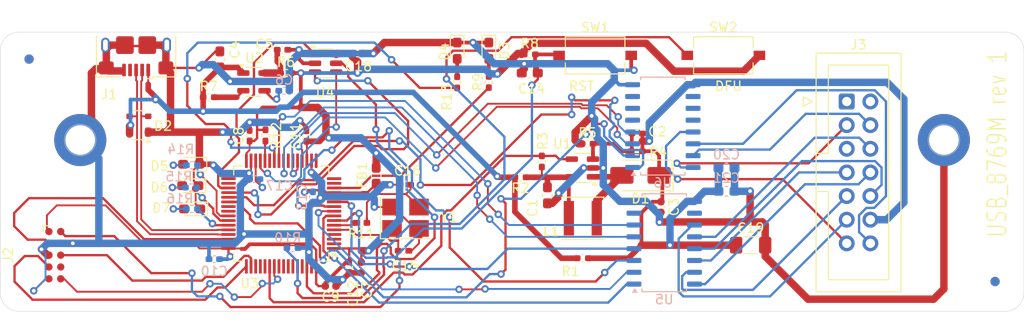
<source format=kicad_pcb>
(kicad_pcb (version 20240108) (generator "pcbnew") (generator_version "8.0")
  (layers (0 "F.Cu" signal) (31 "B.Cu" signal) (34 "B.Paste" user) (35 "F.Paste" user) (36 "B.SilkS" user "B.Silkscreen") (37 "F.SilkS" user "F.Silkscreen") (38 "B.Mask" user) (39 "F.Mask" user) (44 "Edge.Cuts" user))
  (net 0 "")
  (net 1 "GND")
  (net 2 "Net-(U1-VIN)")
  (net 3 "+VSW")
  (net 4 "Net-(U1-FB)")
  (net 5 "VBUS")
  (net 6 "Net-(U2-VOUT)")
  (net 7 "Net-(U2-BP)")
  (net 8 "+3.3V")
  (net 9 "Net-(U3-VDDA)")
  (net 10 "Net-(J2-~{RESET})")
  (net 11 "Net-(U3-PH0)")
  (net 12 "Net-(C16-Pad1)")
  (net 13 "Net-(U3-VCAP1)")
  (net 14 "Net-(D1-A)")
  (net 15 "/uController/USB+")
  (net 16 "/uController/USB-")
  (net 17 "Net-(D3-A)")
  (net 18 "Net-(D4-A)")
  (net 20 "/uController/JTDI")
  (net 21 "/uController/JTDO")
  (net 22 "/uController/JTCK")
  (net 23 "/uController/JTMS")
  (net 25 "/AttenIFace/P2THRU")
  (net 26 "/AttenIFace/P3THRU")
  (net 28 "/AttenIFace/P5CONN")
  (net 29 "/AttenIFace/P4CONN")
  (net 30 "/AttenIFace/P2CONN")
  (net 31 "/AttenIFace/P1THRU")
  (net 33 "/AttenIFace/P1CONN")
  (net 34 "/AttenIFace/P5THRU")
  (net 35 "/AttenIFace/P4THRU")
  (net 37 "/AttenIFace/P3CONN")
  (net 38 "HVEnable")
  (net 39 "Net-(U2-ON{slash}~{OFF})")
  (net 40 "Net-(U3-PA0)")
  (net 41 "Net-(U3-BOOT0)")
  (net 42 "Net-(U3-PH1)")
  (net 43 "/uController/BOOT1")
  (net 44 "Net-(U3-PB0)")
  (net 45 "/uController/~{SPI2NSS}")
  (net 46 "Net-(D5-A)")
  (net 55 "S5U")
  (net 56 "/uController/SPI2_MOSI")
  (net 58 "Net-(D6-A)")
  (net 59 "/uController/SPI2_MISO")
  (net 61 "S3D")
  (net 62 "S2D")
  (net 64 "S1D")
  (net 65 "/uController/SPI2_SCK")
  (net 66 "S5D")
  (net 67 "S4D")
  (net 74 "S1U")
  (net 77 "S4U")
  (net 78 "Net-(D7-A)")
  (net 81 "S2U")
  (net 82 "S3U")
  (net 91 "Net-(U3-PA8)")
  (net 92 "Net-(U3-PA9)")
  (net 93 "Net-(U3-PA10)")
  (footprint "Crystal:Crystal_SMD_3225-4Pin_3.2x2.5mm_HandSoldering" (layer "F.Cu") (at 138.45 104.55)
    (property "Reference" "Y1")
    (property "Value" "16M 20pF 3225")
  )
  (footprint "Diode_SMD:D_SMA" (layer "F.Cu") (at 163.7 100 180)
    (property "Reference" "D1")
    (property "Value" "SS34")
  )
  (footprint "Resistor_SMD:R_0402_1005Metric_Pad0.72x0.64mm_HandSolder" (layer "F.Cu") (at 163.3025 97.4)
    (property "Reference" "R4")
    (property "Value" "118k")
  )
  (footprint "Capacitor_SMD:C_0402_1005Metric_Pad0.74x0.62mm_HandSolder" (layer "F.Cu") (at 130.4 111.9 180)
    (property "Reference" "C9")
    (property "Value" "0.1u")
  )
  (footprint "Resistor_SMD:R_0402_1005Metric_Pad0.72x0.64mm_HandSolder" (layer "F.Cu") (at 150.8 100.2 180)
    (property "Reference" "R2")
    (property "Value" "0")
  )
  (footprint "Capacitor_SMD:C_0402_1005Metric_Pad0.74x0.62mm_HandSolder" (layer "F.Cu") (at 133.7 109.9 -90)
    (property "Reference" "C7")
    (property "Value" "4.7u")
  )
  (footprint "Capacitor_SMD:C_0603_1608Metric_Pad1.08x0.95mm_HandSolder" (layer "F.Cu") (at 151.8 89)
    (property "Reference" "C14")
    (property "Value" "1u")
  )
  (footprint "Resistor_SMD:R_0402_1005Metric_Pad0.72x0.64mm_HandSolder" (layer "F.Cu") (at 123.4 95.7025 -90)
    (property "Reference" "R12")
    (property "Value" "10k")
  )
  (footprint "MountingHole:MountingHole_3.2mm_M3_DIN965_Pad_TopBottom" (layer "F.Cu") (at 103.5 96.2)
    (property "Reference" "H1" (hide yes))
    (property "Value" "MountingHole_Pad")
  )
  (footprint "Capacitor_SMD:C_0402_1005Metric_Pad0.74x0.62mm_HandSolder" (layer "F.Cu") (at 138.4325 101 180)
    (property "Reference" "C16")
    (property "Value" "30pF")
  )
  (footprint "Capacitor_SMD:C_0402_1005Metric_Pad0.74x0.62mm_HandSolder" (layer "F.Cu") (at 132.4 109.8675 90)
    (property "Reference" "C12")
    (property "Value" "0.1u")
  )
  (footprint "MountingHole:MountingHole_3.2mm_M3_DIN965_Pad_TopBottom" (layer "F.Cu") (at 196.3 96.2)
    (property "Reference" "H2" (hide yes))
    (property "Value" "MountingHole_Pad")
  )
  (footprint "Connector:Tag-Connect_TC2050-IDC-FP_2x05_P1.27mm_Vertical" (layer "F.Cu") (at 100.765 108.57 -90)
    (property "Reference" "J2")
    (property "Value" "TagConnectTC2050")
  )
  (footprint "Connector_IDC:IDC-Header_2x07_P2.54mm_Vertical" (layer "F.Cu") (at 185.86 92.06)
    (property "Reference" "J3")
    (property "Value" "Conn_02x07_Odd_Even")
  )
  (footprint "Package_TO_SOT_SMD:SOT-23-6" (layer "F.Cu") (at 129.8625 87.95)
    (property "Reference" "U4")
    (property "Value" "93LC66AT-IOT")
  )
  (footprint "Capacitor_SMD:C_0402_1005Metric_Pad0.74x0.62mm_HandSolder" (layer "F.Cu") (at 165.9 103.4 90)
    (property "Reference" "C3")
    (property "Value" "4.7u")
  )
  (footprint "Package_TO_SOT_SMD:SOT-23-5" (layer "F.Cu") (at 122.1625 89.95)
    (property "Reference" "U2")
    (property "Value" "LP2985-3.3")
  )
  (footprint "Package_TO_SOT_SMD:SOT-23-5" (layer "F.Cu") (at 157.455 99.2 180)
    (property "Reference" "U1")
    (property "Value" "LM27313XMF")
  )
  (footprint "LED_SMD:LED_0603_1608Metric_Pad1.05x0.95mm_HandSolder" (layer "F.Cu") (at 115.325 101.1 180)
    (property "Reference" "D6")
    (property "Value" "RED")
  )
  (footprint "Fiducial:Fiducial_1mm_Mask3mm" (layer "F.Cu") (at 201.8 111.4)
    (property "Reference" "FID2" (hide yes))
    (property "Value" "Fiducial")
  )
  (footprint "Capacitor_SMD:C_0402_1005Metric_Pad0.74x0.62mm_HandSolder" (layer "F.Cu") (at 125.2325 86.5 180)
    (property "Reference" "C5")
    (property "Value" "4.7u")
  )
  (footprint "Capacitor_SMD:C_0402_1005Metric_Pad0.74x0.62mm_HandSolder" (layer "F.Cu") (at 133.3 86.9 180)
    (property "Reference" "C18")
    (property "Value" "0.1u")
  )
  (footprint "Resistor_SMD:R_0402_1005Metric_Pad0.72x0.64mm_HandSolder" (layer "F.Cu") (at 147.4 89.9675 90)
    (property "Reference" "R9")
    (property "Value" "100")
  )
  (footprint "LED_SMD:LED_0603_1608Metric_Pad1.05x0.95mm_HandSolder" (layer "F.Cu") (at 144 86.6 -90)
    (property "Reference" "D4")
    (property "Value" "GRN")
  )
  (footprint "Capacitor_SMD:C_0402_1005Metric_Pad0.74x0.62mm_HandSolder" (layer "F.Cu") (at 138.2325 108.1)
    (property "Reference" "C15")
    (property "Value" "30pF")
  )
  (footprint "Resistor_SMD:R_0402_1005Metric_Pad0.72x0.64mm_HandSolder" (layer "F.Cu") (at 158.0025 96.6)
    (property "Reference" "R5")
    (property "Value" "13.3k")
  )
  (footprint "Inductor_SMD:L_Changjiang_FNR4030S" (layer "F.Cu") (at 157.5 104.6)
    (property "Reference" "L1")
    (property "Value" "10u")
  )
  (footprint "Resistor_SMD:R_0402_1005Metric_Pad0.72x0.64mm_HandSolder" (layer "F.Cu") (at 125.6025 89)
    (property "Reference" "R6")
    (property "Value" "0")
  )
  (footprint "Capacitor_SMD:C_0402_1005Metric_Pad0.74x0.62mm_HandSolder" (layer "F.Cu") (at 163.3325 95.5 180)
    (property "Reference" "C2")
    (property "Value" "220p")
  )
  (footprint "Resistor_SMD:R_0402_1005Metric_Pad0.72x0.64mm_HandSolder" (layer "F.Cu") (at 157.4975 108.9)
    (property "Reference" "R1")
    (property "Value" "0")
  )
  (footprint "Capacitor_SMD:C_1206_3216Metric_Pad1.33x1.80mm_HandSolder" (layer "F.Cu") (at 175.5375 107.5)
    (property "Reference" "C19")
    (property "Value" "22uF")
  )
  (footprint "Package_TO_SOT_SMD:SOT-143" (layer "F.Cu") (at 109.8 94.6 180)
    (property "Reference" "D2")
    (property "Value" "PRTR5V0U2X")
  )
  (footprint "Connector_USB:USB_Micro-B_Amphenol_10118193-0001LF_Horizontal" (layer "F.Cu") (at 109.5 86 180)
    (property "Reference" "J1")
    (property "Value" "USB_B_Micro")
  )
  (footprint "Capacitor_SMD:C_0603_1608Metric_Pad1.08x0.95mm_HandSolder" (layer "F.Cu") (at 153.7 102.1375 90)
    (property "Reference" "C1")
    (property "Value" "1u")
  )
  (footprint "Fiducial:Fiducial_1mm_Mask3mm" (layer "F.Cu") (at 98 87.5)
    (property "Reference" "FID1" (hide yes))
    (property "Value" "Fiducial")
  )
  (footprint "Resistor_SMD:R_0402_1005Metric_Pad0.72x0.64mm_HandSolder" (layer "F.Cu") (at 117.3025 91.6)
    (property "Reference" "R7")
    (property "Value" "10k")
  )
  (footprint "Capacitor_SMD:C_0402_1005Metric_Pad0.74x0.62mm_HandSolder" (layer "F.Cu") (at 121.7 95.7325 90)
    (property "Reference" "C8")
    (property "Value" "0.1u")
  )
  (footprint "Package_QFP:LQFP-64_10x10mm_P0.5mm" (layer "F.Cu") (at 125.1 104.1 180)
    (property "Reference" "U3")
    (property "Value" "STM32F411RETx")
  )
  (footprint "Resistor_SMD:R_0402_1005Metric_Pad0.72x0.64mm_HandSolder" (layer "F.Cu") (at 144 89.9975 90)
    (property "Reference" "R13")
    (property "Value" "100")
  )
  (footprint "Capacitor_SMD:C_0603_1608Metric_Pad1.08x0.95mm_HandSolder" (layer "F.Cu") (at 118.5 87.5375 -90)
    (property "Reference" "C4")
    (property "Value" "1u")
  )
  (footprint "Resistor_SMD:R_0402_1005Metric_Pad0.72x0.64mm_HandSolder" (layer "F.Cu") (at 133.7 105.1 180)
    (property "Reference" "R11")
    (property "Value" "100")
  )
  (footprint "Capacitor_SMD:C_0603_1608Metric_Pad1.08x0.95mm_HandSolder" (layer "F.Cu") (at 135.3 100.0375 -90)
    (property "Reference" "FB1")
    (property "Value" "MMZ1608Y102B")
  )
  (footprint "LED_SMD:LED_0603_1608Metric_Pad1.05x0.95mm_HandSolder" (layer "F.Cu") (at 115.425 98.8 180)
    (property "Reference" "D5")
    (property "Value" "RED")
  )
  (footprint "LED_SMD:LED_0603_1608Metric_Pad1.05x0.95mm_HandSolder" (layer "F.Cu") (at 147.4 86.6 -90)
    (property "Reference" "D3")
    (property "Value" "RED")
  )
  (footprint "Capacitor_SMD:C_0402_1005Metric_Pad0.74x0.62mm_HandSolder" (layer "F.Cu") (at 127.8 95.7675 90)
    (property "Reference" "C11")
    (property "Value" "0.1u")
  )
  (footprint "Resistor_SMD:R_0402_1005Metric_Pad0.72x0.64mm_HandSolder" (layer "F.Cu") (at 153.1 98.5 -90)
    (property "Reference" "R3")
    (property "Value" "10k")
  )
  (footprint "Button_Switch_SMD:SW_Tactile_SPST_NO_Straight_CK_PTS636Sx25SMTRLFS" (layer "F.Cu") (at 172.6 87.1)
    (property "Reference" "SW2")
    (property "Value" "SW_Push")
  )
  (footprint "Resistor_SMD:R_0402_1005Metric_Pad0.72x0.64mm_HandSolder" (layer "F.Cu") (at 151.8025 87)
    (property "Reference" "R8")
    (property "Value" "10k")
  )
  (footprint "Button_Switch_SMD:SW_Tactile_SPST_NO_Straight_CK_PTS636Sx25SMTRLFS" (layer "F.Cu") (at 158.825 87.1)
    (property "Reference" "SW1")
    (property "Value" "SW_Push")
  )
  (footprint "LED_SMD:LED_0603_1608Metric_Pad1.05x0.95mm_HandSolder" (layer "F.Cu") (at 115.525 103.6 180)
    (property "Reference" "D7")
    (property "Value" "RED")
  )
  (footprint "Capacitor_SMD:C_0402_1005Metric_Pad0.74x0.62mm_HandSolder" (layer "B.Cu") (at 117.9 109 180)
    (property "Reference" "C10")
    (property "Value" "0.1u")
  )
  (footprint "Package_SO:SOIC-16_4.55x10.3mm_P1.27mm" (layer "B.Cu") (at 166.1 94.7)
    (property "Reference" "U6")
    (property "Value" "ULN2003ADR")
  )
  (footprint "Resistor_SMD:R_0402_1005Metric_Pad0.72x0.64mm_HandSolder" (layer "B.Cu") (at 126.3 107.8 180)
    (property "Reference" "R10")
    (property "Value" "10k")
  )
  (footprint "Resistor_SMD:R_0402_1005Metric_Pad0.72x0.64mm_HandSolder" (layer "B.Cu") (at 115.3975 101.3 180)
    (property "Reference" "R15")
    (property "Value" "100")
  )
  (footprint "Capacitor_SMD:C_0603_1608Metric_Pad1.08x0.95mm_HandSolder" (layer "B.Cu") (at 172.9375 99.2 180)
    (property "Reference" "C20")
    (property "Value" "1u")
  )
  (footprint "Capacitor_SMD:C_0402_1005Metric_Pad0.74x0.62mm_HandSolder" (layer "B.Cu") (at 125.4 90.9 180)
    (property "Reference" "C6")
    (property "Value" "0.1u")
  )
  (footprint "Package_SO:SOIC-16_4.55x10.3mm_P1.27mm" (layer "B.Cu") (at 166.25 107.235)
    (property "Reference" "U5")
    (property "Value" "ULN2003ADR")
  )
  (footprint "Capacitor_SMD:C_0402_1005Metric_Pad0.74x0.62mm_HandSolder" (layer "B.Cu") (at 122.2325 100.4)
    (property "Reference" "C17")
    (property "Value" "4.7u")
  )
  (footprint "Fiducial:Fiducial_1mm_Mask3mm" (layer "B.Cu") (at 201.8 111.4 180)
    (property "Reference" "FID4" (hide yes))
    (property "Value" "Fiducial")
  )
  (footprint "Resistor_SMD:R_0402_1005Metric_Pad0.72x0.64mm_HandSolder" (layer "B.Cu") (at 115.5 98.9 180)
    (property "Reference" "R14")
    (property "Value" "100")
  )
  (footprint "Capacitor_SMD:C_0603_1608Metric_Pad1.08x0.95mm_HandSolder" (layer "B.Cu") (at 172.9375 101.71 180)
    (property "Reference" "C21")
    (property "Value" "1u")
  )
  (footprint "Capacitor_SMD:C_0402_1005Metric_Pad0.74x0.62mm_HandSolder" (layer "B.Cu") (at 128.5 102.3325 -90)
    (property "Reference" "C13")
    (property "Value" "0.1u")
  )
  (footprint "Fiducial:Fiducial_1mm_Mask3mm" (layer "B.Cu") (at 98 87.5 180)
    (property "Reference" "FID3" (hide yes))
    (property "Value" "Fiducial")
  )
  (footprint "Resistor_SMD:R_0402_1005Metric_Pad0.72x0.64mm_HandSolder" (layer "B.Cu") (at 115.4975 103.6 180)
    (property "Reference" "R16")
    (property "Value" "100")
  )
  (gr_arc (start 204.9 112.6) (mid 204.314214 114.014214) (end 202.9 114.6) (stroke (width 0.05)) (layer "Edge.Cuts"))
  (gr_arc (start 96.9 114.6) (mid 95.485786 114.014214) (end 94.9 112.6) (stroke (width 0.05)) (layer "Edge.Cuts"))
  (gr_circle (center 103.5 96.2) (end 101.8 96.2) (stroke (width 0.05)) (fill none) (layer "Edge.Cuts"))
  (gr_arc (start 202.9 84.6) (mid 204.314214 85.185786) (end 204.9 86.6) (stroke (width 0.05)) (layer "Edge.Cuts"))
  (gr_line (start 202.9 114.6) (end 96.9 114.6) (stroke (width 0.05)) (layer "Edge.Cuts"))
  (gr_arc (start 94.9 86.6) (mid 95.485786 85.185786) (end 96.9 84.6) (stroke (width 0.05)) (layer "Edge.Cuts"))
  (gr_line (start 94.9 112.6) (end 94.9 86.6) (stroke (width 0.05)) (layer "Edge.Cuts"))
  (gr_line (start 204.9 86.6) (end 204.9 112.6) (stroke (width 0.05)) (layer "Edge.Cuts"))
  (gr_circle (center 196.3 96.2) (end 194.6 96.2) (stroke (width 0.05)) (fill none) (layer "Edge.Cuts"))
  (gr_line (start 96.9 84.6) (end 202.9 84.6) (stroke (width 0.05)) (layer "Edge.Cuts"))
  (gr_text "RST" (at 155.9 91 0) (layer "F.SilkS") (effects (font (size 1 1)) (justify left bottom)))
  (gr_text "DFU" (at 171.6 91 0) (layer "F.SilkS") (effects (font (size 1 1)) (justify left bottom)))
  (gr_text "USB_8769M rev 1" (at 203.2 106.8 90) (layer "F.SilkS") (effects (font (size 2 1.5)) (justify left bottom)))
  (segment (start 100.13 108.57) (end 99.9711 108.57) (width 0.8) (layer "F.Cu") (net 1))
  (segment (start 147.4 85.725) (end 145.7 85.725) (width 0.4) (layer "F.Cu") (net 1))
  (segment (start 121.099996 106.482414) (end 121.099996 106.3) (width 0.2) (layer "F.Cu") (net 1))
  (segment (start 99.79 111.11) (end 98.5 112.4) (width 0.2) (layer "F.Cu") (net 1))
  (segment (start 175.4 105) (end 175.476017 104.923983) (width 0.8) (layer "F.Cu") (net 1))
  (segment (start 128.35 98.425) (end 128.35 99.6468) (width 0.2) (layer "F.Cu") (net 1))
  (segment (start 116.4 103.6) (end 115.9 103.1) (width 0.2) (layer "F.Cu") (net 1))
  (segment (start 113.2 94.85) (end 112.7 95.35) (width 0.8) (layer "F.Cu") (net 1))
  (segment (start 100.13 111.11) (end 99.79 111.11) (width 0.2) (layer "F.Cu") (net 1))
  (segment (start 115.7 99.4) (end 116.3 98.8) (width 0.2) (layer "F.Cu") (net 1))
  (segment (start 176.8 105) (end 174.6 105) (width 0.8) (layer "F.Cu") (net 1))
  (segment (start 104.7 93.993) (end 105.236 94.5291) (width 0.8) (layer "F.Cu") (net 1))
  (segment (start 177.1 107.5) (end 177.1 108.7) (width 0.8) (layer "F.Cu") (net 1))
  (segment (start 133.6995 110.468) (end 132.432 110.468) (width 0.6) (layer "F.Cu") (net 1))
  (segment (start 137.8 104.05) (end 137.65 104.05) (width 0.8) (layer "F.Cu") (net 1))
  (segment (start 121.85 98.425) (end 121.85 99.5618) (width 0.2) (layer "F.Cu") (net 1))
  (segment (start 151.232 88.5162) (end 150.938 88.8107) (width 0.8) (layer "F.Cu") (net 1))
  (segment (start 116.2 101.1) (end 115.7 100.6) (width 0.2) (layer "F.Cu") (net 1))
  (segment (start 108.3 86.1) (end 110.6 86.1) (width 0.254) (layer "F.Cu") (net 1))
  (segment (start 121.025 89.95) (end 119.65 89.95) (width 0.6) (layer "F.Cu") (net 1))
  (segment (start 144 85.725) (end 136.175 85.725) (width 0.8) (layer "F.Cu") (net 1))
  (segment (start 175.476017 104.923983) (end 175.476017 101.676009) (width 0.8) (layer "F.Cu") (net 1))
  (segment (start 119.425 107.35) (end 120.23241 107.35) (width 0.2) (layer "F.Cu") (net 1))
  (segment (start 157.6 99.2) (end 158.5925 99.2) (width 0.4) (layer "F.Cu") (net 1))
  (segment (start 132.4 110.5) (end 131.7 111.2) (width 0.6) (layer "F.Cu") (net 1))
  (segment (start 128.35 108.523) (end 128.35 109.775) (width 0.2) (layer "F.Cu") (net 1))
  (segment (start 119.65 89.95) (end 119.6 89.9) (width 0.6) (layer "F.Cu") (net 1))
  (segment (start 177.1 107.5) (end 177.1 105.3) (width 0.8) (layer "F.Cu") (net 1))
  (segment (start 154.2 103) (end 154.9 102.3) (width 0.8) (layer "F.Cu") (net 1))
  (segment (start 137 103.4) (end 135.1 103.4) (width 0.2) (layer "F.Cu") (net 1))
  (segment (start 137.865 101) (end 136.8 101) (width 0.2) (layer "F.Cu") (net 1))
  (segment (start 105.15 88.55) (end 104.7 89) (width 0.8) (layer "F.Cu") (net 1))
  (segment (start 131 111.9) (end 131.7 111.2) (width 0.6) (layer "F.Cu") (net 1))
  (segment (start 136.175 85.725) (end 135 86.9) (width 0.8) (layer "F.Cu") (net 1))
  (segment (start 104.7 89) (end 104.7 93.993) (width 0.8) (layer "F.Cu") (net 1))
  (segment (start 145.7 85.725) (end 144 85.725) (width 0.4) (layer "F.Cu") (net 1))
  (segment (start 151.232 88.5162) (end 151.232 88.0325) (width 0.4) (layer "F.Cu") (net 1))
  (segment (start 177.1 108.7) (end 181.7 113.3) (width 0.8) (layer "F.Cu") (net 1))
  (segment (start 127.45 87.95) (end 127 87.5) (width 0.4) (layer "F.Cu") (net 1))
  (segment (start 165.9 103.968) (end 165.9 104.871033) (width 0.4) (layer "F.Cu") (net 1))
  (segment (start 154.9 102.3) (end 154.9 101.9) (width 0.8) (layer "F.Cu") (net 1))
  (segment (start 106.3 88.45) (end 106.3 86.4) (width 0.8) (layer "F.Cu") (net 1))
  (segment (start 177.1 105.3) (end 176.8 105) (width 0.8) (layer "F.Cu") (net 1))
  (segment (start 163 88.7) (end 162.7 88.4) (width 0.4) (layer "F.Cu") (net 1))
  (segment (start 150.938 88.9053) (end 150.938 89) (width 0.8) (layer "F.Cu") (net 1))
  (segment (start 196.3 112.2) (end 196.3 96.2) (width 0.8) (layer "F.Cu") (net 1))
  (segment (start 174.6 105) (end 165.771033 105) (width 0.8) (layer "F.Cu") (net 1))
  (segment (start 121.85 99.5618) (end 121.65 99.7618) (width 0.2) (layer "F.Cu") (net 1))
  (segment (start 113.2 88.95) (end 113.2 94.85) (width 0.8) (layer "F.Cu") (net 1))
  (segment (start 121.7 95.165) (end 121.7 94.3) (width 0.4) (layer "F.Cu") (net 1))
  (segment (start 112.7 95.35) (end 110.8 95.35) (width 0.8) (layer "F.Cu") (net 1))
  (segment (start 112.7 88.45) (end 116.255 88.45) (width 0.254) (layer "F.Cu") (net 1))
  (segment (start 106.525 88.775) (end 106.3 88.55) (width 0.8) (layer "F.Cu") (net 1))
  (segment (start 137.65 104.05) (end 137 103.4) (width 0.8) (layer "F.Cu") (net 1))
  (segment (start 118.5 86.675) (end 118.03 86.675) (width 0.254) (layer "F.Cu") (net 1))
  (segment (start 128.725 87.95) (end 127.45 87.95) (width 0.4) (layer "F.Cu") (net 1))
  (segment (start 132.432 110.468) (end 132.4 110.5) (width 0.8) (layer "F.Cu") (net 1))
  (segment (start 105.236 94.5291) (end 105.354 94.6714) (width 0.8) (layer "F.Cu") (net 1))
  (segment (start 156.676 96.2285) (end 156.676 95.38176) (width 0.8) (layer "F.Cu") (net 1))
  (segment (start 117.7 98.8) (end 117.8 98.9) (width 0.6) (layer "F.Cu") (net 1))
  (segment (start 133.868 86.9) (end 133.8675 86.9) (width 0.8) (layer "F.Cu") (net 1))
  (segment (start 139.1 108.1) (end 139.9 107.3) (width 0.2) (layer "F.Cu") (net 1))
  (segment (start 165.9 103.9675) (end 165.9 103.968) (width 0.8) (layer "F.Cu") (net 1))
  (segment (start 138.8 108.1) (end 139.1 108.1) (width 0.2) (layer "F.Cu") (net 1))
  (segment (start 116.3 95.35) (end 112.7 95.35) (width 0.8) (layer "F.Cu") (net 1))
  (segment (start 116.3 95.35) (end 118.8 95.35) (width 0.8) (layer "F.Cu") (net 1))
  (segment (start 130.775 102.35) (end 129.355 102.35) (width 0.2) (layer "F.Cu") (net 1))
  (segment (start 112.7 88.45) (end 113.2 88.95) (width 0.8) (layer "F.Cu") (net 1))
  (segment (start 181.7 113.3) (end 195.2 113.3) (width 0.8) (layer "F.Cu") (net 1))
  (segment (start 157.0475 96.6) (end 156.676 96.2285) (width 0.8) (layer "F.Cu") (net 1))
  (segment (start 115.7 100.6) (end 115.7 99.4) (width 0.2) (layer "F.Cu") (net 1))
  (segment (start 107.9 88.775) (end 106.524998 88.775) (width 0.8) (layer "F.Cu") (net 1))
  (segment (start 165.9 104.871033) (end 165.737999 105.033034) (width 0.4) (layer "F.Cu") (net 1))
  (segment (start 132.432 110.468) (end 132.4 110.435) (width 0.6) (layer "F.Cu") (net 1))
  (segment (start 127 87.5) (end 127 86.5) (width 0.4) (layer "F.Cu") (net 1))
  (segment (start 133.6995 110.468) (end 133.7 110.4675) (width 0.8) (layer "F.Cu") (net 1))
  (segment (start 162.7 88.4) (end 162.7 87.1) (width 0.4) (layer "F.Cu") (net 1))
  (segment (start 151.232 88.0325) (end 151.2 88) (width 0.4) (layer "F.Cu") (net 1))
  (segment (start 112.8 86) (end 112.3 86) (width 0.8) (layer "F.Cu") (net 1))
  (segment (start 127.8 95.2) (end 127.8 94.8282) (width 0.4) (layer "F.Cu") (net 1))
  (segment (start 106.2 88.55) (end 105.15 88.55) (width 0.8) (layer "F.Cu") (net 1))
  (segment (start 137.8 104.05) (end 139.45 105.7) (width 0.2) (layer "F.Cu") (net 1))
  (segment (start 118.03 86.675) (end 116.255 88.45) (width 0.254) (layer "F.Cu") (net 1))
  (segment (start 158.5925 99.2) (end 159.7 99.2) (width 0.4) (layer "F.Cu") (net 1))
  (segment (start 116.3 98.8) (end 116.3 95.35) (width 0.8) (layer "F.Cu") (net 1))
  (segment (start 115.9 103.1) (end 115.9 101.4) (width 0.2) (layer "F.Cu") (net 1))
  (segment (start 139.9 106.5) (end 139.45 106.05) (width 0.8) (layer "F.Cu") (net 1))
  (segment (start 156.676 95.38176) (end 158.451757 93.606003) (width 0.8) (layer "F.Cu") (net 1))
  (segment (start 153.7 103) (end 154.2 103) (width 0.8) (layer "F.Cu") (net 1))
  (segment (start 106.2 86) (end 108.3 86) (width 0.8) (layer "F.Cu") (net 1))
  (segment (start 165.771033 105) (end 165.737999 105.033034) (width 0.8) (layer "F.Cu") (net 1))
  (segment (start 106.3 86.4) (end 106.7 86) (width 0.8) (layer "F.Cu") (net 1))
  (segment (start 139.9 107.3) (end 139.9 106.5) (width 0.2) (layer "F.Cu") (net 1))
  (segment (start 128.07 108.243) (end 128.35 108.523) (width 0.2) (layer "F.Cu") (net 1))
  (segment (start 195.2 113.3) (end 196.3 112.2) (width 0.8) (layer "F.Cu") (net 1))
  (segment (start 125.8 86.5) (end 127 86.5) (width 0.4) (layer "F.Cu") (net 1))
  (segment (start 112.7 86.4) (end 112.3 86) (width 0.8) (layer "F.Cu") (net 1))
  (segment (start 99.9711 108.57) (end 99.3361 107.935) (width 0.8) (layer "F.Cu") (net 1))
  (segment (start 128.35 99.6468) (end 128.334 99.663) (width 0.2) (layer "F.Cu") (net 1))
  (segment (start 127.8 94.8282) (end 127.099001 94.127201) (width 0.4) (layer "F.Cu") (net 1))
  (segment (start 116.3 98.8) (end 117.7 98.8) (width 0.6) (layer "F.Cu") (net 1))
  (segment (start 112.7 88.45) (end 112.7 86.4) (width 0.8) (layer "F.Cu") (net 1))
  (segment (start 157.405 96.6) (end 157.0475 96.6) (width 0.8) (layer "F.Cu") (net 1))
  (segment (start 151.232 89) (end 151.232 88.5162) (width 0.4) (layer "F.Cu") (net 1))
  (segment (start 150.938 88.9053) (end 150.9375 88.9058) (width 0.8) (layer "F.Cu") (net 1))
  (segment (start 150.9375 88.9058) (end 150.9375 89) (width 0.8) (layer "F.Cu") (net 1))
  (segment (start 133.868 86.9) (end 135 86.9) (width 0.4) (layer "F.Cu") (net 1))
  (segment (start 120.23241 107.35) (end 121.099996 106.482414) (width 0.2) (layer "F.Cu") (net 1))
  (segment (start 130.9675 111.9) (end 131 111.9) (width 0.8) (layer "F.Cu") (net 1))
  (segment (start 150.938 88.8107) (end 150.938 88.9053) (width 0.8) (layer "F.Cu") (net 1))
  (segment (start 112.3 86) (end 110.7 86) (width 0.8) (layer "F.Cu") (net 1))
  (segment (start 115.9 101.4) (end 116.2 101.1) (width 0.8) (layer "F.Cu") (net 1))
  (segment (start 101.4 107.3) (end 102.7 107.3) (width 0.2) (layer "F.Cu") (net 1))
  (segment (start 129.355 102.35) (end 129.289 102.416) (width 0.2) (layer "F.Cu") (net 1))
  (via (at 118.8 95.35) (size 0.8) (drill 0.4) (layers "F.Cu" "B.Cu") (net 1))
  (via (at 163 88.7) (size 0.8) (drill 0.4) (layers "F.Cu" "B.Cu") (net 1))
  (via (at 117.8 98.9) (size 0.8) (drill 0.4) (layers "F.Cu" "B.Cu") (net 1))
  (via (at 158.451757 93.606003) (size 0.8) (drill 0.4) (layers "F.Cu" "B.Cu") (net 1))
  (via (at 159.7 99.2) (size 0.8) (drill 0.4) (layers "F.Cu" "B.Cu") (net 1))
  (via (at 129.289 102.416) (size 0.8) (drill 0.4) (layers "F.Cu" "B.Cu") (net 1))
  (via (at 131.7 111.2) (size 0.8) (drill 0.4) (layers "F.Cu" "B.Cu") (net 1))
  (via (at 151.2 88) (size 0.8) (drill 0.4) (layers "F.Cu" "B.Cu") (net 1))
  (via (at 127.099001 94.127201) (size 0.8) (drill 0.4) (layers "F.Cu" "B.Cu") (net 1))
  (via (at 175.476017 101.676009) (size 0.8) (drill 0.4) (layers "F.Cu" "B.Cu") (net 1))
  (via (at 135 86.9) (size 0.8) (drill 0.4) (layers "F.Cu" "B.Cu") (net 1))
  (via (at 145.7 85.725) (size 0.8) (drill 0.4) (layers "F.Cu" "B.Cu") (net 1))
  (via (at 99.3361 107.935) (size 0.8) (drill 0.4) (layers "F.Cu" "B.Cu") (net 1))
  (via (at 121.65 99.7618) (size 0.8) (drill 0.4) (layers "F.Cu" "B.Cu") (net 1))
  (via (at 154.9 101.9) (size 0.8) (drill 0.4) (layers "F.Cu" "B.Cu") (net 1))
  (via (at 165.737999 105.033034) (size 0.8) (drill 0.4) (layers "F.Cu" "B.Cu") (net 1))
  (via (at 157.6 99.2) (size 0.8) (drill 0.4) (layers "F.Cu" "B.Cu") (net 1))
  (via (at 136.8 101) (size 0.8) (drill 0.4) (layers "F.Cu" "B.Cu") (net 1))
  (via (at 116.255 88.45) (size 0.8) (drill 0.4) (layers "F.Cu" "B.Cu") (net 1))
  (via (at 128.07 108.243) (size 0.8) (drill 0.4) (layers "F.Cu" "B.Cu") (net 1))
  (via (at 127 86.5) (size 0.8) (drill 0.4) (layers "F.Cu" "B.Cu") (net 1))
  (via (at 135.1 103.4) (size 0.8) (drill 0.4) (layers "F.Cu" "B.Cu") (net 1))
  (via (at 121.099996 106.3) (size 0.8) (drill 0.4) (layers "F.Cu" "B.Cu") (net 1))
  (via (at 128.334 99.663) (size 0.8) (drill 0.4) (layers "F.Cu" "B.Cu") (net 1))
  (via (at 102.7 107.3) (size 0.8) (drill 0.4) (layers "F.Cu" "B.Cu") (net 1))
  (via (at 119.6 89.9) (size 0.8) (drill 0.4) (layers "F.Cu" "B.Cu") (net 1))
  (via (at 98.5 112.4) (size 0.8) (drill 0.4) (layers "F.Cu" "B.Cu") (net 1))
  (via (at 121.7 94.3) (size 0.8) (drill 0.4) (layers "F.Cu" "B.Cu") (net 1))
  (segment (start 125.968 89.9) (end 125.968 90.9) (width 0.8) (layer "B.Cu") (net 1))
  (segment (start 158.76 94.8623) (end 158.76 93.914246) (width 0.8) (layer "B.Cu") (net 1))
  (segment (start 160.164905 88) (end 151.2 88) (width 0.8) (layer "B.Cu") (net 1))
  (segment (start 120.7 106.3) (end 121.099996 106.3) (width 0.8) (layer "B.Cu") (net 1))
  (segment (start 159.021 95.1225) (end 159.021 95.9274) (width 0.8) (layer "B.Cu") (net 1))
  (segment (start 116.605 88.1) (end 116.255 88.45) (width 0.8) (layer "B.Cu") (net 1))
  (segment (start 129.429 102.276) (end 129.289 102.416) (width 0.8) (layer "B.Cu") (net 1))
  (segment (start 124.402 94.3) (end 124.932 94.83) (width 0.8) (layer "B.Cu") (net 1))
  (segment (start 165.737999 104.234999) (end 165.737999 105.033034) (width 0.8) (layer "B.Cu") (net 1))
  (segment (start 175.442026 101.71) (end 175.476017 101.676009) (width 0.8) (layer "B.Cu") (net 1))
  (segment (start 158.76 93.914246) (end 158.451757 93.606003) (width 0.8) (layer "B.Cu") (net 1))
  (segment (start 128.334 99.663) (end 129.429 100.758) (width 0.8) (layer "B.Cu") (net 1))
  (segment (start 121.7 94.3) (end 120.65 95.35) (width 0.8) (layer "B.Cu") (net 1))
  (segment (start 117.8 98.9) (end 118.702 99.802) (width 0.8) (layer "B.Cu") (net 1))
  (segment (start 120.099996 107.3) (end 121.099996 106.3) (width 0.8) (layer "B.Cu") (net 1))
  (segment (start 147.975 88) (end 145.7 85.725) (width 0.8) (layer "B.Cu") (net 1))
  (segment (start 124.932 94.83) (end 126.396202 94.83) (width 0.8) (layer "B.Cu") (net 1))
  (segment (start 160.882732 89.717162) (end 160.882732 88.717827) (width 0.8) (layer "B.Cu") (net 1))
  (segment (start 135.1 102.575) (end 134.799 102.274) (width 0.8) (layer "B.Cu") (net 1))
  (segment (start 158.451757 93.606003) (end 158.451757 92.148135) (width 0.8) (layer "B.Cu") (net 1))
  (segment (start 128.07 108.243) (end 128.07 107.8) (width 0.8) (layer "B.Cu") (net 1))
  (segment (start 99.7664 108.365) (end 99.3361 107.935) (width 0.2) (layer "B.Cu") (net 1))
  (segment (start 129.429 102.276) (end 129.429 102.556) (width 0.8) (layer "B.Cu") (net 1))
  (segment (start 129.429 100.758) (end 129.429 102.276) (width 0.8) (layer "B.Cu") (net 1))
  (segment (start 161.49 102.79) (end 163 102.79) (width 0.8) (layer "B.Cu") (net 1))
  (segment (start 128.07 103.33) (end 128.07 106.4) (width 0.8) (layer "B.Cu") (net 1))
  (segment (start 159.021 95.9274) (end 159.7 96.6069) (width 0.8) (layer "B.Cu") (net 1))
  (segment (start 105.5 98.2) (end 103.5 96.2) (width 0.8) (layer "B.Cu") (net 1))
  (segment (start 117.8 88.1) (end 116.605 88.1) (width 0.8) (layer "B.Cu") (net 1))
  (segment (start 125.9675 90.9) (end 125.968 90.9) (width 0.8) (layer "B.Cu") (net 1))
  (segment (start 163 102.79) (end 164.293 102.79) (width 0.8) (layer "B.Cu") (net 1))
  (segment (start 134.799 102.274) (end 129.431 102.274) (width 0.8) (layer "B.Cu") (net 1))
  (segment (start 130.270786 111.2) (end 131.7 111.2) (width 0.8) (layer "B.Cu") (net 1))
  (segment (start 120.7 106.3) (end 120.7 101.132) (width 0.8) (layer "B.Cu") (net 1))
  (segment (start 126.8975 107.8) (end 128.07 107.8) (width 0.4) (layer "B.Cu") (net 1))
  (segment (start 98.5 112.4) (end 99.7664 111.134) (width 0.2) (layer "B.Cu") (net 1))
  (segment (start 159.7 101) (end 161.49 102.79) (width 0.8) (layer "B.Cu") (net 1))
  (segment (start 127 86.5) (end 127 86.9) (width 0.8) (layer "B.Cu") (net 1))
  (segment (start 120.65 95.35) (end 118.8 95.35) (width 0.8) (layer "B.Cu") (net 1))
  (segment (start 159.7 96.6069) (end 159.7 99.2) (width 0.8) (layer "B.Cu") (net 1))
  (segment (start 127.97 106.3) (end 128.07 106.4) (width 0.8) (layer "B.Cu") (net 1))
  (segment (start 128.07 106.4) (end 128.07 107.8) (width 0.8) (layer "B.Cu") (net 1))
  (segment (start 99.9711 107.3) (end 99.3361 107.935) (width 0.8) (layer "B.Cu") (net 1))
  (segment (start 129.431 102.274) (end 129.429 102.276) (width 0.8) (layer "B.Cu") (net 1))
  (segment (start 121.65 99.7618) (end 121.65 100.182) (width 0.2) (layer "B.Cu") (net 1))
  (segment (start 129.104 102.9) (end 128.5 102.9) (width 0.8) (layer "B.Cu") (net 1))
  (segment (start 158.76 94.8623) (end 159.021 95.1225) (width 0.8) (layer "B.Cu") (net 1))
  (segment (start 121.7 94.3) (end 124.402 94.3) (width 0.8) (layer "B.Cu") (net 1))
  (segment (start 162.85 90.255) (end 161.420568 90.255) (width 0.4) (layer "B.Cu") (net 1))
  (segment (start 164.293 102.79) (end 165.737999 104.234999) (width 0.8) (layer "B.Cu") (net 1))
  (segment (start 159.7 99.2) (end 159.7 101) (width 0.8) (layer "B.Cu") (net 1))
  (segment (start 118.702 99.802) (end 121.61 99.802) (width 0.8) (layer "B.Cu") (net 1))
  (segment (start 160.882732 88.717827) (end 160.164905 88) (width 0.8) (layer "B.Cu") (net 1))
  (segment (start 151.2 88) (end 147.975 88) (width 0.8) (layer "B.Cu") (net 1))
  (segment (start 105.5 107.3) (end 105.5 98.2) (width 0.8) (layer "B.Cu") (net 1))
  (segment (start 173.8 101.71) (end 175.442026 101.71) (width 0.8) (layer "B.Cu") (net 1))
  (segment (start 161.420568 90.255) (end 160.88273 89.717162) (width 0.4) (layer "B.Cu") (net 1))
  (segment (start 121.61 99.802) (end 121.65 99.7618) (width 0.8) (layer "B.Cu") (net 1))
  (segment (start 129.429 102.575) (end 129.104 102.9) (width 0.8) (layer "B.Cu") (net 1))
  (segment (start 157.6 99.2) (end 154.9 101.9) (width 0.8) (layer "B.Cu") (net 1))
  (segment (start 121.65 100.182) (end 121.65 100.385) (width 0.2) (layer "B.Cu") (net 1))
  (segment (start 160.900559 88.7) (end 160.88273 88.717829) (width 0.4) (layer "B.Cu") (net 1))
  (segment (start 129.429 102.556) (end 129.429 102.575) (width 0.8) (layer "B.Cu") (net 1))
  (segment (start 120.7 101.132) (end 121.65 100.182) (width 0.8) (layer "B.Cu") (net 1))
  (segment (start 128.07 108.999214) (end 130.270786 111.2) (width 0.8) (layer "B.Cu") (net 1))
  (segment (start 117.4 107.3) (end 120.099996 107.3) (width 0.8) (layer "B.Cu") (net 1))
  (segment (start 136.073 101) (end 136.8 101) (width 0.8) (layer "B.Cu") (net 1))
  (segment (start 105.5 107.3) (end 102.7 107.3) (width 0.8) (layer "B.Cu") (net 1))
  (segment (start 173.8 101.71) (end 173.8 99.2) (width 0.8) (layer "B.Cu") (net 1))
  (segment (start 102.7 107.3) (end 99.9711 107.3) (width 0.8) (layer "B.Cu") (net 1))
  (segment (start 117.3325 107.3675) (end 117.4 107.3) (width 0.4) (layer "B.Cu") (net 1))
  (segment (start 121.665 100.4) (end 121.65 100.385) (width 0.8) (layer "B.Cu") (net 1))
  (segment (start 135.1 103.4) (end 135.1 102.575) (width 0.8) (layer "B.Cu") (net 1))
  (segment (start 117.3325 109) (end 117.3325 107.3675) (width 0.4) (layer "B.Cu") (net 1))
  (segment (start 117.4 107.3) (end 105.5 107.3) (width 0.8) (layer "B.Cu") (net 1))
  (segment (start 126.396202 94.83) (end 127.099001 94.127201) (width 0.8) (layer "B.Cu") (net 1))
  (segment (start 129.429 102.556) (end 129.289 102.416) (width 0.8) (layer "B.Cu") (net 1))
  (segment (start 158.451757 92.148135) (end 160.88273 89.717162) (width 0.8) (layer "B.Cu") (net 1))
  (segment (start 128.5 102.9) (end 128.07 103.33) (width 0.8) (layer "B.Cu") (net 1))
  (segment (start 128.07 108.243) (end 128.07 108.999214) (width 0.8) (layer "B.Cu") (net 1))
  (segment (start 127 86.9) (end 125.968 87.9325) (width 0.8) (layer "B.Cu") (net 1))
  (segment (start 125.968 87.9325) (end 125.968 89.9) (width 0.8) (layer "B.Cu") (net 1))
  (segment (start 119.6 89.9) (end 117.8 88.1) (width 0.8) (layer "B.Cu") (net 1))
  (segment (start 120.7 106.3) (end 127.97 106.3) (width 0.8) (layer "B.Cu") (net 1))
  (segment (start 163 88.7) (end 160.900559 88.7) (width 0.4) (layer "B.Cu") (net 1))
  (segment (start 125.968 89.9) (end 119.6 89.9) (width 0.8) (layer "B.Cu") (net 1))
  (segment (start 127 86.9) (end 135 86.9) (width 0.8) (layer "B.Cu") (net 1))
  (segment (start 134.799 102.274) (end 136.073 101) (width 0.8) (layer "B.Cu") (net 1))
  (segment (start 99.7664 111.134) (end 99.7664 108.365) (width 0.2) (layer "B.Cu") (net 1))
  (segment (start 156.071 100.397) (end 156 100.468) (width 0.4) (layer "F.Cu") (net 2))
  (segment (start 153.7 100.3) (end 153.7 101.275) (width 0.6) (layer "F.Cu") (net 2))
  (segment (start 153.1 99.0975) (end 153.1 100.2) (width 0.2) (layer "F.Cu") (net 2))
  (segment (start 153.1 100.2) (end 153.6 100.2) (width 0.6) (layer "F.Cu") (net 2))
  (segment (start 153.6 100.2) (end 156.242 100.2) (width 0.6) (layer "F.Cu") (net 2))
  (segment (start 156 100.468) (end 156 104.6) (width 0.4) (layer "F.Cu") (net 2))
  (segment (start 151.398 100.2) (end 153.1 100.2) (width 0.6) (layer "F.Cu") (net 2))
  (segment (start 153.6 100.2) (end 153.7 100.3) (width 0.6) (layer "F.Cu") (net 2))
  (segment (start 163.9 96.3123) (end 163.9 97.4) (width 0.4) (layer "F.Cu") (net 3))
  (segment (start 164.989 102.832) (end 165.8995 102.832) (width 0.4) (layer "F.Cu") (net 3))
  (segment (start 158.095 108.9) (end 162.4 108.9) (width 0.6) (layer "F.Cu") (net 3))
  (segment (start 165.9 102.832) (end 166.044 102.688) (width 0.4) (layer "F.Cu") (net 3))
  (segment (start 165.7 98.95) (end 165.7 100) (width 0.4) (layer "F.Cu") (net 3))
  (segment (start 163.8 104.021) (end 164.989 102.832) (width 0.4) (layer "F.Cu") (net 3))
  (segment (start 163.9 97.4) (end 165.2 97.4) (width 0.4) (layer "F.Cu") (net 3))
  (segment (start 165.7 97.9) (end 165.7 98.95) (width 0.4) (layer "F.Cu") (net 3))
  (segment (start 164.648 96.3123) (end 163.9 96.3123) (width 0.8) (layer "F.Cu") (net 3))
  (segment (start 166.044 102.688) (end 166.044 100.344) (width 0.4) (layer "F.Cu") (net 3))
  (segment (start 165.8995 102.832) (end 165.9 102.8325) (width 0.8) (layer "F.Cu") (net 3))
  (segment (start 166.868 107.5) (end 166.867994 107.500006) (width 0.8) (layer "F.Cu") (net 3))
  (segment (start 165.2 97.4) (end 165.7 97.9) (width 0.4) (layer "F.Cu") (net 3))
  (segment (start 163.8 107.5) (end 163.8 104.021) (width 0.4) (layer "F.Cu") (net 3))
  (segment (start 173.975 107.5) (end 166.868 107.5) (width 0.8) (layer "F.Cu") (net 3))
  (segment (start 163.8 107.5) (end 166.868 107.5) (width 0.8) (layer "F.Cu") (net 3))
  (segment (start 162.4 108.9) (end 163.8 107.5) (width 0.6) (layer "F.Cu") (net 3))
  (segment (start 163.9 95.5) (end 163.9 96.3123) (width 0.4) (layer "F.Cu") (net 3))
  (via (at 166.867994 107.500006) (size 0.8) (drill 0.4) (layers "F.Cu" "B.Cu") (net 3))
  (via (at 164.648 96.3123) (size 0.8) (drill 0.4) (layers "F.Cu" "B.Cu") (net 3))
  (segment (start 166.867994 104.622007) (end 166.867994 107.500006) (width 0.8) (layer "B.Cu") (net 3))
  (segment (start 164.648 96.3123) (end 164.648 94.3391) (width 0.8) (layer "B.Cu") (net 3))
  (segment (start 172.075 101.71) (end 172.075 99.2) (width 0.8) (layer "B.Cu") (net 3))
  (segment (start 169.605 90) (end 190.2 90) (width 0.8) (layer "B.Cu") (net 3))
  (segment (start 190.14 104.76) (end 188.4 104.76) (width 0.8) (layer "B.Cu") (net 3))
  (segment (start 192 91.8) (end 192 102.9) (width 0.8) (layer "B.Cu") (net 3))
  (segment (start 164.648 94.3391) (end 168.732 90.255) (width 0.8) (layer "B.Cu") (net 3))
  (segment (start 172.075 101.71) (end 170.58 101.71) (width 0.8) (layer "B.Cu") (net 3))
  (segment (start 169.5 102.79) (end 168.700001 102.79) (width 0.8) (layer "B.Cu") (net 3))
  (segment (start 170.58 101.71) (end 169.5 102.79) (width 0.8) (layer "B.Cu") (net 3))
  (segment (start 192 102.9) (end 190.14 104.76) (width 0.8) (layer "B.Cu") (net 3))
  (segment (start 168.732 90.255) (end 169.35 90.255) (width 0.8) (layer "B.Cu") (net 3))
  (segment (start 169.35 90.255) (end 169.605 90) (width 0.8) (layer "B.Cu") (net 3))
  (segment (start 190.2 90) (end 192 91.8) (width 0.8) (layer "B.Cu") (net 3))
  (segment (start 168.700001 102.79) (end 166.867994 104.622007) (width 0.8) (layer "B.Cu") (net 3))
  (segment (start 162.765 97.2458) (end 162.765 97.34) (width 0.4) (layer "F.Cu") (net 4))
  (segment (start 158.592 97.6353) (end 158.592 96.6075) (width 0.4) (layer "F.Cu") (net 4))
  (segment (start 158.592 97.6358) (end 158.592 97.6353) (width 0.4) (layer "F.Cu") (net 4))
  (segment (start 158.592 97.9429) (end 158.5925 97.9434) (width 0.25) (layer "F.Cu") (net 4))
  (segment (start 158.592 98.25) (end 158.592 97.9429) (width 0.4) (layer "F.Cu") (net 4))
  (segment (start 158.592 97.6358) (end 158.592 97.9429) (width 0.25) (layer "F.Cu") (net 4))
  (segment (start 158.592 97.9429) (end 158.592 98.25) (width 0.25) (layer "F.Cu") (net 4))
  (segment (start 160.7 96.6) (end 158.6 96.6) (width 0.4) (layer "F.Cu") (net 4))
  (segment (start 158.592 97.9429) (end 158.592 97.6358) (width 0.4) (layer "F.Cu") (net 4))
  (segment (start 161.5 97.4) (end 160.7 96.6) (width 0.4) (layer "F.Cu") (net 4))
  (segment (start 162.705 97.4) (end 161.5 97.4) (width 0.4) (layer "F.Cu") (net 4))
  (segment (start 162.765 95.5) (end 162.765 97.2458) (width 0.4) (layer "F.Cu") (net 4))
  (segment (start 158.592 97.6353) (end 158.592 97.6358) (width 0.25) (layer "F.Cu") (net 4))
  (segment (start 158.5925 97.9434) (end 158.5925 98.25) (width 0.25) (layer "F.Cu") (net 4))
  (segment (start 110.8 88.775) (end 110.8 88.675) (width 0.4006) (layer "F.Cu") (net 5))
  (segment (start 118.5 88.4) (end 116.705 90.195) (width 0.6) (layer "F.Cu") (net 5))
  (segment (start 148.4 100.2) (end 148.3 100.1) (width 0.6) (layer "F.Cu") (net 5))
  (segment (start 150.2025 101.1045) (end 150.2025 100.2) (width 0.6) (layer "F.Cu") (net 5))
  (segment (start 108.8 94.6983) (end 108.898 94.6) (width 0.8) (layer "F.Cu") (net 5))
  (segment (start 108.8 95.55) (end 108.8 94.6983) (width 0.8) (layer "F.Cu") (net 5))
  (segment (start 116.705 93.095) (end 116.7 93.1) (width 0.6) (layer "F.Cu") (net 5))
  (segment (start 150.202 101.105) (end 150.2025 101.1045) (width 0.6) (layer "F.Cu") (net 5))
  (segment (start 120.425 88.4) (end 118.5 88.4) (width 0.6) (layer "F.Cu") (net 5))
  (segment (start 121.025 89) (end 120.425 88.4) (width 0.6) (layer "F.Cu") (net 5))
  (segment (start 156.9 108.9) (end 155.2 108.9) (width 0.6) (layer "F.Cu") (net 5))
  (segment (start 111.6 91.6) (end 110.8 90.8) (width 0.6) (layer "F.Cu") (net 5))
  (segment (start 110.8 90.8) (end 110.8 90.2) (width 0.6) (layer "F.Cu") (net 5))
  (segment (start 150.202 103.902) (end 150.202 101.105) (width 0.6) (layer "F.Cu") (net 5))
  (segment (start 150.202 100.2) (end 148.4 100.2) (width 0.6) (layer "F.Cu") (net 5))
  (segment (start 116.705 91.6) (end 116.705 93.095) (width 0.6) (layer "F.Cu") (net 5))
  (segment (start 155.2 108.9) (end 150.202 103.902) (width 0.6) (layer "F.Cu") (net 5))
  (segment (start 116.705 90.195) (end 116.705 91.6) (width 0.6) (layer "F.Cu") (net 5))
  (segment (start 110.8 88.775) (end 110.8 90.2) (width 0.2) (layer "F.Cu") (net 5))
  (via (at 111.6 91.855) (size 0.8) (drill 0.4) (layers "F.Cu" "B.Cu") (net 5))
  (via (at 108.898 94.6) (size 0.8) (drill 0.4) (layers "F.Cu" "B.Cu") (net 5))
  (via (at 148.3 100.1) (size 0.8) (drill 0.4) (layers "F.Cu" "B.Cu") (net 5))
  (via (at 116.7 93.1) (size 0.8) (drill 0.4) (layers "F.Cu" "B.Cu") (net 5))
  (segment (start 113.1 93.1) (end 111.6 91.6) (width 0.6) (layer "B.Cu") (net 5))
  (segment (start 111.6 91.855) (end 111.855 91.855) (width 0.4) (layer "B.Cu") (net 5))
  (segment (start 124.973 92.67) (end 124.543 93.1) (width 0.6) (layer "B.Cu") (net 5))
  (segment (start 116.7 93.1) (end 113.1 93.1) (width 0.6) (layer "B.Cu") (net 5))
  (segment (start 108.898 91.855) (end 111.6 91.855) (width 0.4) (layer "B.Cu") (net 5))
  (segment (start 139.273 91.073) (end 127.424 91.073) (width 0.6) (layer "B.Cu") (net 5))
  (segment (start 125.827 92.67) (end 124.973 92.67) (width 0.6) (layer "B.Cu") (net 5))
  (segment (start 111.6 91.6) (end 111.6 91.855) (width 0.6) (layer "B.Cu") (net 5))
  (segment (start 124.543 93.1) (end 116.7 93.1) (width 0.6) (layer "B.Cu") (net 5))
  (segment (start 127.424 91.073) (end 125.827 92.67) (width 0.6) (layer "B.Cu") (net 5))
  (segment (start 108.898 94.6) (end 108.898 91.855) (width 0.4) (layer "B.Cu") (net 5))
  (segment (start 148.3 100.1) (end 139.273 91.073) (width 0.6) (layer "B.Cu") (net 5))
  (segment (start 123.3 89) (end 125.005 89) (width 0.8) (layer "F.Cu") (net 6))
  (segment (start 125.005 89) (end 125.005 88.105) (width 0.6) (layer "F.Cu") (net 6))
  (segment (start 125.005 88.105) (end 124.665 87.765) (width 0.6) (layer "F.Cu") (net 6))
  (segment (start 124.665 87.765) (end 124.665 86.5) (width 0.6) (layer "F.Cu") (net 6))
  (segment (start 124.6 91.8) (end 124.2 91.8) (width 0.254) (layer "F.Cu") (net 7))
  (segment (start 124.2 91.8) (end 123.3 90.9) (width 0.254) (layer "F.Cu") (net 7))
  (via (at 124.6 91.8) (size 0.8) (drill 0.4) (layers "F.Cu" "B.Cu") (net 7))
  (segment (start 124.832 91.2332) (end 124.832 91.2337) (width 0.254) (layer "B.Cu") (net 7))
  (segment (start 124.832 91.0666) (end 124.832 91.2332) (width 0.254) (layer "B.Cu") (net 7))
  (segment (start 124.832 91.5675) (end 124.6 91.8) (width 0.254) (layer "B.Cu") (net 7))
  (segment (start 124.832 91.2337) (end 124.832 91.5675) (width 0.254) (layer "B.Cu") (net 7))
  (segment (start 124.832 91.2337) (end 124.832 91.2332) (width 0.25) (layer "B.Cu") (net 7))
  (segment (start 124.832 91.2332) (end 124.832 91.0666) (width 0.25) (layer "B.Cu") (net 7))
  (segment (start 164.3 85.8) (end 152.014 85.8) (width 0.8) (layer "F.Cu") (net 8))
  (segment (start 133.45 107.85) (end 133.7 108.1) (width 0.25) (layer "F.Cu") (net 8))
  (segment (start 133.7 109.332) (end 133.7 109.3325) (width 0.8) (layer "F.Cu") (net 8))
  (segment (start 152.014 85.8) (end 150.914 86.9) (width 0.8) (layer "F.Cu") (net 8))
  (segment (start 132.4 107.85) (end 132.4 109.3) (width 0.25) (layer "F.Cu") (net 8))
  (segment (start 129.223524 96.335) (end 129.9 95.658524) (width 0.621) (layer "F.Cu") (net 8))
  (segment (start 167.3 88.8) (end 164.3 85.8) (width 0.8) (layer "F.Cu") (net 8))
  (segment (start 99.9157 104.284) (end 100.981 103.219) (width 0.2) (layer "F.Cu") (net 8))
  (segment (start 129.9 95.658524) (end 130.207637 95.966161) (width 0.8) (layer "F.Cu") (net 8))
  (segment (start 129.832 111.9) (end 129.8325 111.9) (width 0.8) (layer "F.Cu") (net 8))
  (segment (start 127.85 96.385) (end 127.8 96.335) (width 0.621) (layer "F.Cu") (net 8))
  (segment (start 150.914 87) (end 151.205 87) (width 0.641) (layer "F.Cu") (net 8))
  (segment (start 128.85 107.997695) (end 128.252305 107.4) (width 0.25) (layer "F.Cu") (net 8))
  (segment (start 132.09 109.3) (end 132.4 109.3) (width 0.4) (layer "F.Cu") (net 8))
  (segment (start 150.914 87) (end 150.914 86.9) (width 0.8) (layer "F.Cu") (net 8))
  (segment (start 150.914 86.9) (end 150.515 86.9) (width 0.8) (layer "F.Cu") (net 8))
  (segment (start 106.219 103.219) (end 110.47 107.47) (width 0.2) (layer "F.Cu") (net 8))
  (segment (start 100.981 103.219) (end 106.219 103.219) (width 0.2) (layer "F.Cu") (net 8))
  (segment (start 132.4 107.85) (end 133.45 107.85) (width 0.25) (layer "F.Cu") (net 8))
  (segment (start 129.832 111.558) (end 132.09 109.3) (width 0.4) (layer "F.Cu") (net 8))
  (segment (start 121.7 97.2676) (end 121.7 96.3) (width 0.2) (layer "F.Cu") (net 8))
  (segment (start 128.252305 107.4) (end 121.7 107.4) (width 0.4) (layer "F.Cu") (net 8))
  (segment (start 119.425 108.535) (end 119.607 108.717) (width 0.25) (layer "F.Cu") (net 8))
  (segment (start 128.85 109.775) (end 128.85 107.997695) (width 0.25) (layer "F.Cu") (net 8))
  (segment (start 135.3 99.175) (end 135.3 97.6) (width 0.8) (layer "F.Cu") (net 8))
  (segment (start 126.2 89) (end 127.2 89) (width 0.4) (layer "F.Cu") (net 8))
  (segment (start 123.1 92.7) (end 127.2 92.7) (width 0.4) (layer "F.Cu") (net 8))
  (segment (start 128.85 109.775) (end 128.85 111.65) (width 0.25) (layer "F.Cu") (net 8))
  (segment (start 121.7 96.3) (end 122.2 96.3) (width 0.25) (layer "F.Cu") (net 8))
  (segment (start 176.475 87.1) (end 174.775 88.8) (width 0.8) (layer "F.Cu") (net 8))
  (segment (start 129.1 111.9) (end 129.832 111.9) (width 0.25) (layer "F.Cu") (net 8))
  (segment (start 127.85 98.425) (end 127.85 96.385) (width 0.2) (layer "F.Cu") (net 8))
  (segment (start 121.35 97.6176) (end 121.7 97.2676) (width 0.2) (layer "F.Cu") (net 8))
  (segment (start 123.4 95.105) (end 122.505 95.105) (width 0.25) (layer "F.Cu") (net 8))
  (segment (start 122.2 96.3) (end 122.5 96) (width 0.25) (layer "F.Cu") (net 8))
  (segment (start 122.5 95.1) (end 122.5 93.3) (width 0.25) (layer "F.Cu") (net 8))
  (segment (start 121.2 107.9) (end 120.8 107.9) (width 0.4) (layer "F.Cu") (net 8))
  (segment (start 128.85 111.65) (end 129.1 111.9) (width 0.25) (layer "F.Cu") (net 8))
  (segment (start 119.425 107.85) (end 119.425 108.535) (width 0.25) (layer "F.Cu") (net 8))
  (segment (start 129 92.7) (end 129.9 93.6) (width 0.8) (layer "F.Cu") (net 8))
  (segment (start 129.832 111.9) (end 129.832 111.558) (width 0.4) (layer "F.Cu") (net 8))
  (segment (start 116.323798 107.85) (end 119.425 107.85) (width 0.2) (layer "F.Cu") (net 8))
  (segment (start 121.25 107.85) (end 121.2 107.9) (width 0.4) (layer "F.Cu") (net 8))
  (segment (start 127.8 96.335) (end 129.223524 96.335) (width 0.621) (layer "F.Cu") (net 8))
  (segment (start 130.775 107.85) (end 132.4 107.85) (width 0.25) (layer "F.Cu") (net 8))
  (segment (start 122.5 96) (end 122.5 95.1) (width 0.25) (layer "F.Cu") (net 8))
  (segment (start 132.732 87.2252) (end 132.732 87.0492) (width 0.8) (layer "F.Cu") (net 8))
  (segment (start 129.9 93.6) (end 129.9 95.658524) (width 0.8) (layer "F.Cu") (net 8))
  (segment (start 132.732 86.9) (end 131.1 86.9) (width 0.4) (layer "F.Cu") (net 8))
  (segment (start 132.732 87.0492) (end 132.732 86.9) (width 0.8) (layer "F.Cu") (net 8))
  (segment (start 127.2 92.7) (end 129 92.7) (width 0.8) (layer "F.Cu") (net 8))
  (segment (start 119.425 107.85) (end 120.75 107.85) (width 0.2) (layer "F.Cu") (net 8))
  (segment (start 127.2 89) (end 127.2 92.7) (width 0.4) (layer "F.Cu") (net 8))
  (segment (start 174.775 88.8) (end 167.3 88.8) (width 0.8) (layer "F.Cu") (net 8))
  (segment (start 150.515 86.9) (end 148.322 89.0927) (width 0.8) (layer "F.Cu") (net 8))
  (segment (start 132.7325 87.0487) (end 132.7325 86.9) (width 0.8) (layer "F.Cu") (net 8))
  (segment (start 133.7 108.1) (end 133.7 109.332) (width 0.25) (layer "F.Cu") (net 8))
  (segment (start 134.474 108.1) (end 133.7 108.1) (width 0.8) (layer "F.Cu") (net 8))
  (segment (start 121.35 98.425) (end 121.35 97.6176) (width 0.2) (layer "F.Cu") (net 8))
  (segment (start 122.5 93.3) (end 123.1 92.7) (width 0.4) (layer "F.Cu") (net 8))
  (segment (start 132.732 87.0492) (end 132.7325 87.0487) (width 0.8) (layer "F.Cu") (net 8))
  (segment (start 133.3 89) (end 133.3 87.7927) (width 0.8) (layer "F.Cu") (net 8))
  (segment (start 115.943798 107.47) (end 116.323798 107.85) (width 0.2) (layer "F.Cu") (net 8))
  (segment (start 121.7 107.4) (end 121.25 107.85) (width 0.4) (layer "F.Cu") (net 8))
  (segment (start 133.3 87.7927) (end 132.732 87.2252) (width 0.8) (layer "F.Cu") (net 8))
  (segment (start 99.9157 105.816) (end 99.9157 104.284) (width 0.2) (layer "F.Cu") (net 8))
  (segment (start 110.47 107.47) (end 115.943798 107.47) (width 0.2) (layer "F.Cu") (net 8))
  (segment (start 119.375 107.9) (end 119.425 107.85) (width 0.25) (layer "F.Cu") (net 8))
  (segment (start 100.13 106.03) (end 99.9157 105.816) (width 0.2) (layer "F.Cu") (net 8))
  (segment (start 120.75 107.85) (end 120.8 107.9) (width 0.2) (layer "F.Cu") (net 8))
  (segment (start 131 87) (end 131.1 86.9) (width 0.8) (layer "F.Cu") (net 8))
  (segment (start 122.505 95.105) (end 122.5 95.1) (width 0.2) (layer "F.Cu") (net 8))
  (via (at 135.3 97.6) (size 0.8) (drill 0.4) (layers "F.Cu" "B.Cu") (net 8))
  (via (at 134.474 108.1) (size 0.8) (drill 0.4) (layers "F.Cu" "B.Cu") (net 8))
  (via (at 127.2 89) (size 0.8) (drill 0.4) (layers "F.Cu" "B.Cu") (net 8))
  (via (at 148.322 89.0927) (size 0.8) (drill 0.4) (layers "F.Cu" "B.Cu") (net 8))
  (via (at 119.607 108.717) (size 0.8) (drill 0.4) (layers "F.Cu" "B.Cu") (net 8))
  (via (at 130.207637 95.966161) (size 0.8) (drill 0.4) (layers "F.Cu" "B.Cu") (net 8))
  (via (at 133.3 89) (size 0.8) (drill 0.4) (layers "F.Cu" "B.Cu") (net 8))
  (segment (start 147.042 88.5981) (end 133.702 88.5981) (width 0.8) (layer "B.Cu") (net 8))
  (segment (start 137.811 104.763) (end 134.474 108.1) (width 0.8) (layer "B.Cu") (net 8))
  (segment (start 147.537 89.0927) (end 147.042 88.5981) (width 0.8) (layer "B.Cu") (net 8))
  (segment (start 118.4675 109) (end 119.324 109) (width 0.4) (layer "B.Cu") (net 8))
  (segment (start 119.324 109) (end 119.607 108.717) (width 0.4) (layer "B.Cu") (net 8))
  (segment (start 148.322 89.0927) (end 147.537 89.0927) (width 0.8) (layer "B.Cu") (net 8))
  (segment (start 135.3 97.6) (end 137.811 100.111) (width 0.8) (layer "B.Cu") (net 8))
  (segment (start 137.811 100.111) (end 137.811 104.763) (width 0.8) (layer "B.Cu") (net 8))
  (segment (start 133.666161 95.966161) (end 130.207637 95.966161) (width 0.8) (layer "B.Cu") (net 8))
  (segment (start 135.3 97.6) (end 133.666161 95.966161) (width 0.8) (layer "B.Cu") (net 8))
  (segment (start 133.702 88.5981) (end 133.3 89) (width 0.8) (layer "B.Cu") (net 8))
  (segment (start 127.2 89) (end 133.3 89) (width 0.4) (layer "B.Cu") (net 8))
  (segment (start 129.675 101.593) (end 129.932 101.85) (width 0.25) (layer "F.Cu") (net 9))
  (segment (start 135.3 100.9) (end 134.4 101.8) (width 0.25) (layer "F.Cu") (net 9))
  (segment (start 133.8 101.8) (end 133.75 101.85) (width 0.25) (layer "F.Cu") (net 9))
  (segment (start 134.4 101.8) (end 133.8 101.8) (width 0.25) (layer "F.Cu") (net 9))
  (segment (start 129.932 101.85) (end 130.775 101.85) (width 0.25) (layer "F.Cu") (net 9))
  (segment (start 127.807 101.593) (end 129.675 101.593) (width 0.25) (layer "F.Cu") (net 9))
  (segment (start 127.6 101.8) (end 127.807 101.593) (width 0.25) (layer "F.Cu") (net 9))
  (segment (start 133.75 101.85) (end 130.775 101.85) (width 0.25) (layer "F.Cu") (net 9))
  (via (at 127.6 101.8) (size 0.8) (drill 0.4) (layers "F.Cu" "B.Cu") (net 9))
  (segment (start 127.6 101.8) (end 128.465 101.8) (width 0.25) (layer "B.Cu") (net 9))
  (segment (start 130.775 104.85) (end 132.16 104.85) (width 0.25) (layer "F.Cu") (net 10))
  (segment (start 152.4005 87) (end 154.85 87) (width 0.4) (layer "F.Cu") (net 10))
  (segment (start 137.8 112.1) (end 135.76 114.14) (width 0.25) (layer "F.Cu") (net 10))
  (segment (start 152.662 89.2116) (end 152.662 88.3107) (width 0.25) (layer "F.Cu") (net 10))
  (segment (start 132.933 104.076) (end 133.459 104.076) (width 0.25) (layer "F.Cu") (net 10))
  (segment (start 132.16 104.85) (end 132.933 104.076) (width 0.25) (layer "F.Cu") (net 10))
  (segment (start 101.894 106.524) (end 107.154 106.524) (width 0.25) (layer "F.Cu") (net 10))
  (segment (start 111.13 110.5) (end 115.5 110.5) (width 0.25) (layer "F.Cu") (net 10))
  (segment (start 119.64 114.14) (end 118.5 113) (width 0.25) (layer "F.Cu") (net 10))
  (segment (start 135.76 114.14) (end 119.64 114.14) (width 0.25) (layer "F.Cu") (net 10))
  (segment (start 107.154 106.524) (end 111.13 110.5) (width 0.25) (layer "F.Cu") (net 10))
  (segment (start 152.662 89.6683) (end 152.662 89.2116) (width 0.25) (layer "F.Cu") (net 10))
  (segment (start 152.662 88.3107) (end 152.368 88.0162) (width 0.25) (layer "F.Cu") (net 10))
  (segment (start 101.4 106.03) (end 101.894 106.524) (width 0.25) (layer "F.Cu") (net 10))
  (segment (start 152.368 88.0162) (end 152.368 87.0325) (width 0.4) (layer "F.Cu") (net 10))
  (segment (start 152.368 89) (end 152.368 88.0162) (width 0.4) (layer "F.Cu") (net 10))
  (segment (start 152.033 90.2982) (end 152.662 89.6683) (width 0.25) (layer "F.Cu") (net 10))
  (segment (start 137.8 111.3) (end 137.8 112.1) (width 0.25) (layer "F.Cu") (net 10))
  (via (at 115.5 110.5) (size 0.8) (drill 0.4) (layers "F.Cu" "B.Cu") (net 10))
  (via (at 133.459 104.076) (size 0.8) (drill 0.4) (layers "F.Cu" "B.Cu") (net 10))
  (via (at 137.8 111.3) (size 0.8) (drill 0.4) (layers "F.Cu" "B.Cu") (net 10))
  (via (at 118.5 113) (size 0.8) (drill 0.4) (layers "F.Cu" "B.Cu") (net 10))
  (via (at 152.033 90.2982) (size 0.8) (drill 0.4) (layers "F.Cu" "B.Cu") (net 10))
  (segment (start 133.459 108.137) (end 133.459 104.076) (width 0.25) (layer "B.Cu") (net 10))
  (segment (start 115.5 110.5) (end 115.5 112.400002) (width 0.25) (layer "B.Cu") (net 10))
  (segment (start 137.8 109.085) (end 137.8 111.3) (width 0.25) (layer "B.Cu") (net 10))
  (segment (start 136.502 108.802) (end 136.452 108.853) (width 0.25) (layer "B.Cu") (net 10))
  (segment (start 137.517 108.802) (end 137.8 109.085) (width 0.25) (layer "B.Cu") (net 10))
  (segment (start 116.099998 113) (end 118.5 113) (width 0.25) (layer "B.Cu") (net 10))
  (segment (start 140.402 105.708) (end 137.517 108.592) (width 0.25) (layer "B.Cu") (net 10))
  (segment (start 136.452 108.853) (end 134.175 108.853) (width 0.25) (layer "B.Cu") (net 10))
  (segment (start 152.033 98.1612) (end 144.486 105.708) (width 0.25) (layer "B.Cu") (net 10))
  (segment (start 115.5 112.400002) (end 116.099998 113) (width 0.25) (layer "B.Cu") (net 10))
  (segment (start 144.486 105.708) (end 140.402 105.708) (width 0.25) (layer "B.Cu") (net 10))
  (segment (start 137.517 108.592) (end 137.517 108.802) (width 0.25) (layer "B.Cu") (net 10))
  (segment (start 134.175 108.853) (end 133.459 108.137) (width 0.25) (layer "B.Cu") (net 10))
  (segment (start 152.033 90.2982) (end 152.033 98.1612) (width 0.25) (layer "B.Cu") (net 10))
  (segment (start 137.517 108.802) (end 136.502 108.802) (width 0.25) (layer "B.Cu") (net 10))
  (segment (start 132.64 105.85) (end 133.19 106.4) (width 0.2) (layer "F.Cu") (net 11))
  (segment (start 136.8732 107.0248) (end 136.2484 106.4) (width 0.25) (layer "F.Cu") (net 11))
  (segment (start 137.665 107.0248) (end 136.8732 107.0248) (width 0.25) (layer "F.Cu") (net 11))
  (segment (start 130.775 105.85) (end 132.64 105.85) (width 0.2) (layer "F.Cu") (net 11))
  (segment (start 137.665 108.1) (end 137.665 107.0248) (width 0.2) (layer "F.Cu") (net 11))
  (segment (start 137.665 106.6949) (end 137.665 106.365) (width 0.2) (layer "F.Cu") (net 11))
  (segment (start 137.665 107.0248) (end 137.665 106.6949) (width 0.2) (layer "F.Cu") (net 11))
  (segment (start 137.665 106.6949) (end 137 106.0299) (width 0.25) (layer "F.Cu") (net 11))
  (segment (start 133.19 106.4) (end 136.2484 106.4) (width 0.2) (layer "F.Cu") (net 11))
  (segment (start 139 101.5) (end 138.5 102) (width 0.2) (layer "F.Cu") (net 12))
  (segment (start 139 101) (end 139 101.5) (width 0.2) (layer "F.Cu") (net 12))
  (segment (start 134.298 104.6) (end 134.298 102.902) (width 0.2) (layer "F.Cu") (net 12))
  (segment (start 134.298 104.6) (end 134.298 104.85) (width 0.25) (layer "F.Cu") (net 12))
  (segment (start 134.298 105.1) (end 134.298 104.85) (width 0.2) (layer "F.Cu") (net 12))
  (segment (start 138.5 102) (end 139.9 103.4) (width 0.2) (layer "F.Cu") (net 12))
  (segment (start 134.298 104.85) (end 134.298 104.6) (width 0.2) (layer "F.Cu") (net 12))
  (segment (start 134.2975 104.8505) (end 134.2975 105.1) (width 0.25) (layer "F.Cu") (net 12))
  (segment (start 134.298 104.85) (end 134.298 105.1) (width 0.25) (layer "F.Cu") (net 12))
  (segment (start 134.298 102.902) (end 135.2 102) (width 0.2) (layer "F.Cu") (net 12))
  (segment (start 134.298 104.85) (end 134.2975 104.8505) (width 0.25) (layer "F.Cu") (net 12))
  (segment (start 135.2 102) (end 138.5 102) (width 0.2) (layer "F.Cu") (net 12))
  (segment (start 122.35 98.425) (end 122.35 100.582) (width 0.2) (layer "F.Cu") (net 13))
  (segment (start 122.35 100.582) (end 123.067 101.299) (width 0.2) (layer "F.Cu") (net 13))
  (via (at 123.067 101.299) (size 0.8) (drill 0.4) (layers "F.Cu" "B.Cu") (net 13))
  (segment (start 122.8 101.032) (end 123.067 101.299) (width 0.2) (layer "B.Cu") (net 13))
  (segment (start 122.8 100.4) (end 122.8 101.032) (width 0.2) (layer "B.Cu") (net 13))
  (segment (start 161.55 100.15) (end 158.5925 100.15) (width 0.6) (layer "F.Cu") (net 14))
  (segment (start 159 102.7) (end 161.55 100.15) (width 0.8) (layer "F.Cu") (net 14))
  (segment (start 159 104.6) (end 159 102.7) (width 0.8) (layer "F.Cu") (net 14))
  (segment (start 109.6 93.7) (end 109.6 89.8875) (width 0.2) (layer "F.Cu") (net 15))
  (segment (start 118.262 106.35) (end 118.237 106.325) (width 0.2) (layer "F.Cu") (net 15))
  (segment (start 109.6 104.918) (end 109.6 93.7) (width 0.2) (layer "F.Cu") (net 15))
  (segment (start 109.6 89.8875) (end 109.5 89.7875) (width 0.2) (layer "F.Cu") (net 15))
  (segment (start 118.237 106.325) (end 111.007 106.325) (width 0.2) (layer "F.Cu") (net 15))
  (segment (start 108.8 93.65) (end 109.55 93.65) (width 0.2) (layer "F.Cu") (net 15))
  (segment (start 111.007 106.325) (end 109.6 104.918) (width 0.2) (layer "F.Cu") (net 15))
  (segment (start 109.5 89.7875) (end 109.5 88.7886) (width 0.2) (layer "F.Cu") (net 15))
  (segment (start 109.55 93.65) (end 109.6 93.7) (width 0.2) (layer "F.Cu") (net 15))
  (segment (start 119.425 106.35) (end 118.262 106.35) (width 0.2) (layer "F.Cu") (net 15))
  (segment (start 110.8 93.65) (end 110.1 93.65) (width 0.2) (layer "F.Cu") (net 16))
  (segment (start 110.15 89.7875) (end 110.05 89.8875) (width 0.2) (layer "F.Cu") (net 16))
  (segment (start 118.262 105.85) (end 118.237 105.875) (width 0.2) (layer "F.Cu") (net 16))
  (segment (start 118.237 105.875) (end 111.193 105.875) (width 0.2) (layer "F.Cu") (net 16))
  (segment (start 111.193 105.875) (end 110.05 104.732) (width 0.2) (layer "F.Cu") (net 16))
  (segment (start 119.425 105.85) (end 118.262 105.85) (width 0.2) (layer "F.Cu") (net 16))
  (segment (start 110.15 88.775) (end 110.15 89.7875) (width 0.2) (layer "F.Cu") (net 16))
  (segment (start 110.05 104.732) (end 110.05 93.6) (width 0.2) (layer "F.Cu") (net 16))
  (segment (start 110.1 93.65) (end 110.05 93.6) (width 0.2) (layer "F.Cu") (net 16))
  (segment (start 110.05 89.8875) (end 110.05 93.6) (width 0.2) (layer "F.Cu") (net 16))
  (segment (start 147.4 89.37) (end 147.4 87.475) (width 0.4) (layer "F.Cu") (net 17))
  (segment (start 144 89.4) (end 144 87.475) (width 0.4) (layer "F.Cu") (net 18))
  (segment (start 106.365 108.57) (end 109.095 111.3) (width 0.25) (layer "F.Cu") (net 20))
  (segment (start 116.981269 110.901391) (end 118.879609 110.901391) (width 0.25) (layer "F.Cu") (net 20))
  (segment (start 118.879609 110.901391) (end 121.136 108.645) (width 0.25) (layer "F.Cu") (net 20))
  (segment (start 121.577 108.645) (end 121.85 108.918) (width 0.25) (layer "F.Cu") (net 20))
  (segment (start 101.4 108.57) (end 106.365 108.57) (width 0.25) (layer "F.Cu") (net 20))
  (segment (start 116.58266 111.3) (end 116.981269 110.901391) (width 0.25) (layer "F.Cu") (net 20))
  (segment (start 121.136 108.645) (end 121.577 108.645) (width 0.25) (layer "F.Cu") (net 20))
  (segment (start 121.85 108.918) (end 121.85 109.775) (width 0.25) (layer "F.Cu") (net 20))
  (segment (start 109.095 111.3) (end 116.58266 111.3) (width 0.25) (layer "F.Cu") (net 20))
  (segment (start 103.15 112.5) (end 116.581694 112.5) (width 0.2) (layer "F.Cu") (net 21))
  (segment (start 101.76 111.11) (end 103.15 112.5) (width 0.2) (layer "F.Cu") (net 21))
  (segment (start 123.059782 111.613588) (end 123.059782 111.840218) (width 0.2) (layer "F.Cu") (net 21))
  (segment (start 123.059782 111.840218) (end 121.826447 113.073553) (width 0.2) (layer "F.Cu") (net 21))
  (segment (start 124.35 110.798587) (end 124.70781 111.156397) (width 0.2) (layer "F.Cu") (net 21))
  (segment (start 121.826447 113.073553) (end 120.059505 113.073553) (width 0.2) (layer "F.Cu") (net 21))
  (segment (start 116.581694 112.5) (end 117.43766 111.644034) (width 0.2) (layer "F.Cu") (net 21))
  (segment (start 101.4 111.11) (end 101.76 111.11) (width 0.2) (layer "F.Cu") (net 21))
  (segment (start 124.35 109.775) (end 124.35 110.798587) (width 0.2) (layer "F.Cu") (net 21))
  (via (at 117.43766 111.644034) (size 0.8) (drill 0.4) (layers "F.Cu" "B.Cu") (net 21))
  (via (at 120.059505 113.073553) (size 0.8) (drill 0.4) (layers "F.Cu" "B.Cu") (net 21))
  (via (at 124.70781 111.156397) (size 0.8) (drill 0.4) (layers "F.Cu" "B.Cu") (net 21))
  (via (at 123.059782 111.613588) (size 0.8) (drill 0.4) (layers "F.Cu" "B.Cu") (net 21))
  (segment (start 123.059782 111.613588) (end 124.250619 111.613588) (width 0.2) (layer "B.Cu") (net 21))
  (segment (start 118.629986 111.644034) (end 117.43766 111.644034) (width 0.2) (layer "B.Cu") (net 21))
  (segment (start 124.250619 111.613588) (end 124.70781 111.156397) (width 0.2) (layer "B.Cu") (net 21))
  (segment (start 120.059505 113.073553) (end 118.629986 111.644034) (width 0.2) (layer "B.Cu") (net 21))
  (segment (start 97.5253 108.667) (end 96.4362 109.756) (width 0.25) (layer "F.Cu") (net 22))
  (segment (start 118.245847 112.045) (end 119.08 112.045) (width 0.25) (layer "F.Cu") (net 22))
  (segment (start 98.3769 113.355) (end 116.935847 113.355) (width 0.25) (layer "F.Cu") (net 22))
  (segment (start 96.4362 109.756) (end 96.4362 111.414) (width 0.25) (layer "F.Cu") (net 22))
  (segment (start 100.13 109.84) (end 98.957 108.667) (width 0.25) (layer "F.Cu") (net 22))
  (segment (start 116.935847 113.355) (end 118.245847 112.045) (width 0.25) (layer "F.Cu") (net 22))
  (segment (start 119.08 112.045) (end 121.35 109.775) (width 0.25) (layer "F.Cu") (net 22))
  (segment (start 98.957 108.667) (end 97.5253 108.667) (width 0.25) (layer "F.Cu") (net 22))
  (segment (start 96.4362 111.414) (end 98.3769 113.355) (width 0.25) (layer "F.Cu") (net 22))
  (segment (start 105.946 102.448) (end 97.99 102.448) (width 0.25) (layer "F.Cu") (net 23))
  (segment (start 97.99 102.448) (end 96.3982 104.04) (width 0.25) (layer "F.Cu") (net 23))
  (segment (start 96.3982 104.04) (end 96.3982 105.456) (width 0.25) (layer "F.Cu") (net 23))
  (segment (start 119.425 106.85) (end 110.348 106.85) (width 0.25) (layer "F.Cu") (net 23))
  (segment (start 97.8489 106.906) (end 99.7363 106.906) (width 0.25) (layer "F.Cu") (net 23))
  (segment (start 99.7363 106.906) (end 100.13 107.3) (width 0.25) (layer "F.Cu") (net 23))
  (segment (start 110.348 106.85) (end 105.946 102.448) (width 0.25) (layer "F.Cu") (net 23))
  (segment (start 96.3982 105.456) (end 97.8489 106.906) (width 0.25) (layer "F.Cu") (net 23))
  (segment (start 180.724 99.68) (end 185.86 99.68) (width 0.25) (layer "B.Cu") (net 25))
  (segment (start 171.264 109.14) (end 180.724 99.68) (width 0.25) (layer "B.Cu") (net 25))
  (segment (start 169.5 109.14) (end 171.264 109.14) (width 0.25) (layer "B.Cu") (net 25))
  (segment (start 182.411505 95.9494) (end 171.760905 106.6) (width 0.25) (layer "B.Cu") (net 26))
  (segment (start 171.760905 106.6) (end 169.5 106.6) (width 0.25) (layer "B.Cu") (net 26))
  (segment (start 188.4 97.14) (end 187.2094 95.9494) (width 0.25) (layer "B.Cu") (net 26))
  (segment (start 187.2094 95.9494) (end 182.411505 95.9494) (width 0.25) (layer "B.Cu") (net 26))
  (segment (start 185.86 107.3) (end 178.96 100.4) (width 0.25) (layer "F.Cu") (net 28))
  (segment (start 178.96 100.4) (end 167.7 100.4) (width 0.25) (layer "F.Cu") (net 28))
  (via (at 167.7 100.4) (size 0.8) (drill 0.4) (layers "F.Cu" "B.Cu") (net 28))
  (segment (start 166.445 96.845847) (end 166.445 99.145) (width 0.25) (layer "B.Cu") (net 28))
  (segment (start 167.955847 95.335) (end 166.445 96.845847) (width 0.25) (layer "B.Cu") (net 28))
  (segment (start 169.35 95.335) (end 167.955847 95.335) (width 0.25) (layer "B.Cu") (net 28))
  (segment (start 166.445 99.145) (end 167.7 100.4) (width 0.25) (layer "B.Cu") (net 28))
  (segment (start 169.999 97.2264) (end 177.608 97.2264) (width 0.25) (layer "B.Cu") (net 29))
  (segment (start 187.183 93.3832) (end 188.4 94.6) (width 0.25) (layer "B.Cu") (net 29))
  (segment (start 181.452 93.3832) (end 187.183 93.3832) (width 0.25) (layer "B.Cu") (net 29))
  (segment (start 169.35 97.875) (end 169.999 97.2264) (width 0.25) (layer "B.Cu") (net 29))
  (segment (start 177.608 97.2264) (end 181.452 93.3832) (width 0.25) (layer "B.Cu") (net 29))
  (segment (start 171.63 107.87) (end 181.0374 98.4626) (width 0.25) (layer "B.Cu") (net 30))
  (segment (start 189.603 101.017) (end 188.4 102.22) (width 0.25) (layer "B.Cu") (net 30))
  (segment (start 181.0374 98.4626) (end 188.902 98.4626) (width 0.25) (layer "B.Cu") (net 30))
  (segment (start 169.5 107.87) (end 171.63 107.87) (width 0.25) (layer "B.Cu") (net 30))
  (segment (start 188.902 98.4626) (end 189.603 99.1638) (width 0.25) (layer "B.Cu") (net 30))
  (segment (start 189.603 99.1638) (end 189.603 101.017) (width 0.25) (layer "B.Cu") (net 30))
  (segment (start 170.637 111.68) (end 181.365 100.952) (width 0.25) (layer "B.Cu") (net 31))
  (segment (start 169.5 111.68) (end 170.637 111.68) (width 0.25) (layer "B.Cu") (net 31))
  (segment (start 187.128 100.952) (end 188.4 99.68) (width 0.25) (layer "B.Cu") (net 31))
  (segment (start 181.365 100.952) (end 187.128 100.952) (width 0.25) (layer "B.Cu") (net 31))
  (segment (start 185.86 102.22) (end 175.782 112.298) (width 0.25) (layer "B.Cu") (net 33))
  (segment (start 168.59 110.41) (end 169.5 110.41) (width 0.25) (layer "B.Cu") (net 33))
  (segment (start 175.782 112.298) (end 168.298 112.298) (width 0.25) (layer "B.Cu") (net 33))
  (segment (start 168.177 112.177) (end 168.177 110.823) (width 0.25) (layer "B.Cu") (net 33))
  (segment (start 168.177 110.823) (end 168.59 110.41) (width 0.25) (layer "B.Cu") (net 33))
  (segment (start 168.298 112.298) (end 168.177 112.177) (width 0.25) (layer "B.Cu") (net 33))
  (segment (start 190.077 102.222) (end 188.809 103.49) (width 0.25) (layer "B.Cu") (net 34))
  (segment (start 169.35 96.605) (end 174.72 96.605) (width 0.25) (layer "B.Cu") (net 34))
  (segment (start 180.473 90.8525) (end 188.868 90.8525) (width 0.25) (layer "B.Cu") (net 34))
  (segment (start 174.72 96.605) (end 180.473 90.8525) (width 0.25) (layer "B.Cu") (net 34))
  (segment (start 188.868 90.8525) (end 190.077 92.0614) (width 0.25) (layer "B.Cu") (net 34))
  (segment (start 188.809 103.49) (end 187.969 103.49) (width 0.25) (layer "B.Cu") (net 34))
  (segment (start 190.077 92.0614) (end 190.077 102.222) (width 0.25) (layer "B.Cu") (net 34))
  (segment (start 187.186 106.086) (end 188.4 107.3) (width 0.25) (layer "B.Cu") (net 34))
  (segment (start 187.186 104.273) (end 187.186 106.086) (width 0.25) (layer "B.Cu") (net 34))
  (segment (start 187.969 103.49) (end 187.186 104.273) (width 0.25) (layer "B.Cu") (net 34))
  (segment (start 181.76 98.7) (end 167.600004 98.7) (width 0.25) (layer "F.Cu") (net 35))
  (segment (start 185.86 94.6) (end 181.76 98.7) (width 0.25) (layer "F.Cu") (net 35))
  (via (at 167.600004 98.7) (size 0.8) (drill 0.4) (layers "F.Cu" "B.Cu") (net 35))
  (segment (start 169.35 99.145) (end 168.045004 99.145) (width 0.25) (layer "B.Cu") (net 35))
  (segment (start 168.045004 99.145) (end 167.600004 98.7) (width 0.25) (layer "B.Cu") (net 35))
  (segment (start 167.8 106.806) (end 169.276 105.33) (width 0.25) (layer "B.Cu") (net 37))
  (segment (start 177.62 113) (end 168.3 113) (width 0.25) (layer "B.Cu") (net 37))
  (segment (start 167.8 112.5) (end 167.8 106.806) (width 0.25) (layer "B.Cu") (net 37))
  (segment (start 168.3 113) (end 167.8 112.5) (width 0.25) (layer "B.Cu") (net 37))
  (segment (start 185.86 104.76) (end 177.62 113) (width 0.25) (layer "B.Cu") (net 37))
  (segment (start 123.85 113.199) (end 123.85 109.775) (width 0.25) (layer "F.Cu") (net 38))
  (segment (start 154.4 97.9) (end 154.398 97.9025) (width 0.25) (layer "F.Cu") (net 38))
  (segment (start 138.354 110.645) (end 138.154 110.445) (width 0.25) (layer "F.Cu") (net 38))
  (segment (start 156.3175 98.25) (end 154.95 98.25) (width 0.25) (layer "F.Cu") (net 38))
  (segment (start 142.294 104.368) (end 142.294 107.567) (width 0.25) (layer "F.Cu") (net 38))
  (segment (start 154.398 97.9025) (end 153.1 97.9025) (width 0.25) (layer "F.Cu") (net 38))
  (segment (start 153.1 97.9025) (end 149.181 97.9025) (width 0.25) (layer "F.Cu") (net 38))
  (segment (start 142.897 103.765) (end 142.294 104.368) (width 0.25) (layer "F.Cu") (net 38))
  (segment (start 124.279 113.628) (end 123.85 113.199) (width 0.25) (layer "F.Cu") (net 38))
  (segment (start 133.993 113.628) (end 124.279 113.628) (width 0.25) (layer "F.Cu") (net 38))
  (segment (start 154.95 98.25) (end 154.6 97.9) (width 0.25) (layer "F.Cu") (net 38))
  (segment (start 139.217 110.645) (end 138.354 110.645) (width 0.25) (layer "F.Cu") (net 38))
  (segment (start 154.6 97.9) (end 154.4 97.9) (width 0.25) (layer "F.Cu") (net 38))
  (segment (start 142.294 107.567) (end 139.217 110.645) (width 0.25) (layer "F.Cu") (net 38))
  (segment (start 138.154 110.445) (end 137.176 110.445) (width 0.25) (layer "F.Cu") (net 38))
  (segment (start 149.181 97.9025) (end 143.319 103.765) (width 0.25) (layer "F.Cu") (net 38))
  (segment (start 137.176 110.445) (end 133.993 113.628) (width 0.25) (layer "F.Cu") (net 38))
  (segment (start 143.319 103.765) (end 142.897 103.765) (width 0.25) (layer "F.Cu") (net 38))
  (segment (start 120.325 91.6) (end 121.025 90.9) (width 0.254) (layer "F.Cu") (net 39))
  (segment (start 117.9 91.6) (end 120.325 91.6) (width 0.6) (layer "F.Cu") (net 39))
  (segment (start 137.928 100.038) (end 147.4 90.565) (width 0.25) (layer "F.Cu") (net 40))
  (segment (start 130.775 101.35) (end 133.51 101.35) (width 0.25) (layer "F.Cu") (net 40))
  (segment (start 134.823 100.038) (end 137.928 100.038) (width 0.25) (layer "F.Cu") (net 40))
  (segment (start 133.51 101.35) (end 134.823 100.038) (width 0.25) (layer "F.Cu") (net 40))
  (segment (start 149.844 85.148) (end 148.392 86.6) (width 0.25) (layer "F.Cu") (net 41))
  (segment (start 148.392 86.6) (end 143.5482 86.6) (width 0.25) (layer "F.Cu") (net 41))
  (segment (start 136.138 109.892) (end 136.138 110.671) (width 0.25) (layer "F.Cu") (net 41))
  (segment (start 136.077 108.17) (end 136.077 109.83) (width 0.25) (layer "F.Cu") (net 41))
  (segment (start 166.773 85.148) (end 149.844 85.148) (width 0.25) (layer "F.Cu") (net 41))
  (segment (start 126.85 111.6) (end 126.85 109.775) (width 0.25) (layer "F.Cu") (net 41))
  (segment (start 143.5482 86.6) (end 142.854 87.2942) (width 0.25) (layer "F.Cu") (net 41))
  (segment (start 126.85 111.9546) (end 126.85 111.6) (width 0.25) (layer "F.Cu") (net 41))
  (segment (start 168.725 87.1) (end 166.773 85.148) (width 0.25) (layer "F.Cu") (net 41))
  (segment (start 127.377 113.177) (end 126.85 112.65) (width 0.25) (layer "F.Cu") (net 41))
  (segment (start 136.138 108.109) (end 136.077 108.17) (width 0.25) (layer "F.Cu") (net 41))
  (segment (start 133.632 113.177) (end 127.377 113.177) (width 0.25) (layer "F.Cu") (net 41))
  (segment (start 136.077 109.83) (end 136.138 109.892) (width 0.25) (layer "F.Cu") (net 41))
  (segment (start 126.85 112.65) (end 126.85 111.9546) (width 0.25) (layer "F.Cu") (net 41))
  (segment (start 142.854 87.2942) (end 142.854 89.6336) (width 0.25) (layer "F.Cu") (net 41))
  (segment (start 136.138 110.671) (end 133.632 113.177) (width 0.25) (layer "F.Cu") (net 41))
  (via (at 126.85 111.6) (size 0.8) (drill 0.4) (layers "F.Cu" "B.Cu") (net 41))
  (via (at 142.854 89.6336) (size 0.8) (drill 0.4) (layers "F.Cu" "B.Cu") (net 41))
  (via (at 136.138 108.109) (size 0.8) (drill 0.4) (layers "F.Cu" "B.Cu") (net 41))
  (segment (start 126.85 109.25) (end 126.85 111.6) (width 0.25) (layer "B.Cu") (net 41))
  (segment (start 149.075 95.854) (end 149.075 100.42) (width 0.25) (layer "B.Cu") (net 41))
  (segment (start 139.028 105.218) (end 136.138 108.109) (width 0.25) (layer "B.Cu") (net 41))
  (segment (start 149.075 100.42) (end 144.276 105.218) (width 0.25) (layer "B.Cu") (net 41))
  (segment (start 144.276 105.218) (end 139.028 105.218) (width 0.25) (layer "B.Cu") (net 41))
  (segment (start 125.7025 107.8) (end 125.7025 108.1025) (width 0.25) (layer "B.Cu") (net 41))
  (segment (start 142.854 89.6336) (end 149.075 95.854) (width 0.25) (layer "B.Cu") (net 41))
  (segment (start 125.7025 108.1025) (end 126.85 109.25) (width 0.25) (layer "B.Cu") (net 41))
  (segment (start 132.902 105.3) (end 133.002 105.2) (width 0.25) (layer "F.Cu") (net 42))
  (segment (start 132.902 105.3) (end 132.7 105.3) (width 0.2) (layer "F.Cu") (net 42))
  (segment (start 132.65 105.35) (end 130.775 105.35) (width 0.2) (layer "F.Cu") (net 42))
  (segment (start 132.7 105.3) (end 132.65 105.35) (width 0.2) (layer "F.Cu") (net 42))
  (segment (start 123.35 96.7282) (end 123.4 96.6782) (width 0.25) (layer "F.Cu") (net 43))
  (segment (start 123.4 96.6782) (end 123.4 96.3) (width 0.25) (layer "F.Cu") (net 43))
  (segment (start 123.35 98.425) (end 123.35 96.7282) (width 0.2) (layer "F.Cu") (net 43))
  (segment (start 123.35 96.7282) (end 123.35 96.35) (width 0.2) (layer "F.Cu") (net 43))
  (segment (start 118.955 94.48) (end 116.98 94.48) (width 0.25) (layer "F.Cu") (net 44))
  (segment (start 144 90.595) (end 139.978 90.595) (width 0.25) (layer "F.Cu") (net 44))
  (segment (start 116.98 94.48) (end 114.999999 92.499999) (width 0.25) (layer "F.Cu") (net 44))
  (segment (start 124.35 97.2377) (end 124.138 97.0254) (width 0.25) (layer "F.Cu") (net 44))
  (segment (start 119.7 96.4) (end 119.7 95.2247) (width 0.25) (layer "F.Cu") (net 44))
  (segment (start 124.35 98.425) (end 124.35 97.2377) (width 0.25) (layer "F.Cu") (net 44))
  (segment (start 119.7 95.2247) (end 118.955 94.48) (width 0.25) (layer "F.Cu") (net 44))
  (segment (start 114.999999 92.499999) (end 114.999999 89.599999) (width 0.25) (layer "F.Cu") (net 44))
  (segment (start 139.978 90.595) (end 136.948 87.5652) (width 0.25) (layer "F.Cu") (net 44))
  (via (at 124.138 97.0254) (size 0.8) (drill 0.4) (layers "F.Cu" "B.Cu") (net 44))
  (via (at 114.999999 89.599999) (size 0.8) (drill 0.4) (layers "F.Cu" "B.Cu") (net 44))
  (via (at 119.7 96.4) (size 0.8) (drill 0.4) (layers "F.Cu" "B.Cu") (net 44))
  (via (at 136.948 87.5652) (size 0.8) (drill 0.4) (layers "F.Cu" "B.Cu") (net 44))
  (segment (start 124.138 97.0254) (end 119.7 97.0254) (width 0.25) (layer "B.Cu") (net 44))
  (segment (start 116.136 85.7307) (end 114.999999 86.866701) (width 0.25) (layer "B.Cu") (net 44))
  (segment (start 135.113 85.7307) (end 116.136 85.7307) (width 0.25) (layer "B.Cu") (net 44))
  (segment (start 119.7 97.0254) (end 119.7 96.4) (width 0.25) (layer "B.Cu") (net 44))
  (segment (start 114.999999 86.866701) (end 114.999999 89.599999) (width 0.25) (layer "B.Cu") (net 44))
  (segment (start 136.948 87.5652) (end 135.113 85.7307) (width 0.25) (layer "B.Cu") (net 44))
  (segment (start 135.849 107.362) (end 136.472 107.362) (width 0.25) (layer "F.Cu") (net 45))
  (segment (start 135.376 110.171) (end 135.376 107.834) (width 0.25) (layer "F.Cu") (net 45))
  (segment (start 127.85 111.941) (end 128.578 112.669) (width 0.25) (layer "F.Cu") (net 45))
  (segment (start 135.27 92.3857) (end 135.27 95.06) (width 0.25) (layer "F.Cu") (net 45))
  (segment (start 127.85 109.775) (end 127.85 111.941) (width 0.25) (layer "F.Cu") (net 45))
  (segment (start 133.246 112.005) (end 134.165 112.005) (width 0.25) (layer "F.Cu") (net 45))
  (segment (start 135.636 110.534) (end 135.636 110.431) (width 0.25) (layer "F.Cu") (net 45))
  (segment (start 131 87.95) (end 131.662 87.95) (width 0.25) (layer "F.Cu") (net 45))
  (segment (start 136.865 108.404) (end 137.445 108.984) (width 0.25) (layer "F.Cu") (net 45))
  (segment (start 134.165 112.005) (end 135.636 110.534) (width 0.25) (layer "F.Cu") (net 45))
  (segment (start 132.3 89.4156) (end 135.27 92.3857) (width 0.25) (layer "F.Cu") (net 45))
  (segment (start 128.578 112.669) (end 132.583 112.669) (width 0.25) (layer "F.Cu") (net 45))
  (segment (start 141.568 106.731) (end 141.568 104.492) (width 0.25) (layer "F.Cu") (net 45))
  (segment (start 135.636 110.431) (end 135.376 110.171) (width 0.25) (layer "F.Cu") (net 45))
  (segment (start 132.3 88.5875) (end 132.3 89.4156) (width 0.25) (layer "F.Cu") (net 45))
  (segment (start 131.662 87.95) (end 132.3 88.5875) (width 0.25) (layer "F.Cu") (net 45))
  (segment (start 135.376 107.834) (end 135.849 107.362) (width 0.25) (layer "F.Cu") (net 45))
  (segment (start 137.445 108.984) (end 139.314 108.984) (width 0.25) (layer "F.Cu") (net 45))
  (segment (start 136.472 107.362) (end 136.865 107.754) (width 0.25) (layer "F.Cu") (net 45))
  (segment (start 139.314 108.984) (end 141.568 106.731) (width 0.25) (layer "F.Cu") (net 45))
  (segment (start 132.583 112.669) (end 133.246 112.005) (width 0.25) (layer "F.Cu") (net 45))
  (segment (start 136.865 107.754) (end 136.865 108.404) (width 0.25) (layer "F.Cu") (net 45))
  (via (at 141.568 104.492) (size 0.8) (drill 0.4) (layers "F.Cu" "B.Cu") (net 45))
  (via (at 135.27 95.06) (size 0.8) (drill 0.4) (layers "F.Cu" "B.Cu") (net 45))
  (segment (start 135.379 96.4662) (end 135.379 95.169) (width 0.25) (layer "B.Cu") (net 45))
  (segment (start 138.559 101.483) (end 138.559 99.646) (width 0.25) (layer "B.Cu") (net 45))
  (segment (start 141.568 104.492) (end 138.559 101.483) (width 0.25) (layer "B.Cu") (net 45))
  (segment (start 138.559 99.646) (end 135.379 96.4662) (width 0.25) (layer "B.Cu") (net 45))
  (segment (start 135.379 95.169) (end 135.27 95.06) (width 0.25) (layer "B.Cu") (net 45))
  (segment (start 113.5 98.9) (end 114.45 98.9) (width 0.2) (layer "F.Cu") (net 46))
  (via (at 113.5 98.9) (size 0.8) (drill 0.4) (layers "F.Cu" "B.Cu") (net 46))
  (segment (start 114.902 98.9) (end 113.5 98.9) (width 0.2) (layer "B.Cu") (net 46))
  (segment (start 148.273 92.627) (end 141.7 99.2) (width 0.2) (layer "F.Cu") (net 55))
  (segment (start 161.2 94.8838) (end 159.104332 92.788132) (width 0.2) (layer "F.Cu") (net 55))
  (segment (start 127.35 97.2793) (end 126.98 96.9097) (width 0.2) (layer "F.Cu") (net 55))
  (segment (start 127.35 98.425) (end 127.35 97.2793) (width 0.2) (layer "F.Cu") (net 55))
  (segment (start 157.190754 92.627) (end 148.273 92.627) (width 0.2) (layer "F.Cu") (net 55))
  (segment (start 159.104332 92.788132) (end 157.351886 92.788132) (width 0.2) (layer "F.Cu") (net 55))
  (segment (start 161.2 95.6) (end 161.2 94.8838) (width 0.2) (layer "F.Cu") (net 55))
  (segment (start 157.351886 92.788132) (end 157.190754 92.627) (width 0.2) (layer "F.Cu") (net 55))
  (via (at 126.98 96.9097) (size 0.8) (drill 0.4) (layers "F.Cu" "B.Cu") (net 55))
  (via (at 161.2 95.6) (size 0.8) (drill 0.4) (layers "F.Cu" "B.Cu") (net 55))
  (via (at 141.7 99.2) (size 0.8) (drill 0.4) (layers "F.Cu" "B.Cu") (net 55))
  (segment (start 130.1197 93.77) (end 136.27 93.77) (width 0.2) (layer "B.Cu") (net 55))
  (segment (start 136.27 93.77) (end 141.7 99.2) (width 0.2) (layer "B.Cu") (net 55))
  (segment (start 126.98 96.9097) (end 130.1197 93.77) (width 0.2) (layer "B.Cu") (net 55))
  (segment (start 162.205 96.605) (end 161.2 95.6) (width 0.2) (layer "B.Cu") (net 55))
  (segment (start 134.4 89.8279) (end 138.727 94.1548) (width 0.25) (layer "F.Cu") (net 56))
  (segment (start 135.912 97.1785) (end 135.575 96.8412) (width 0.25) (layer "F.Cu") (net 56))
  (segment (start 138.727 94.1548) (end 138.727 96.718) (width 0.25) (layer "F.Cu") (net 56))
  (segment (start 138.266 97.1785) (end 135.912 97.1785) (width 0.25) (layer "F.Cu") (net 56))
  (segment (start 124 104.2) (end 122.6 104.2) (width 0.25) (layer "F.Cu") (net 56))
  (segment (start 128.725 88.9) (end 128.725 89.5854) (width 0.25) (layer "F.Cu") (net 56))
  (segment (start 122.178 101.85) (end 122.205 101.877) (width 0.25) (layer "F.Cu") (net 56))
  (segment (start 127.241 100.959) (end 124 104.2) (width 0.25) (layer "F.Cu") (net 56))
  (segment (start 138.727 96.718) (end 138.266 97.1785) (width 0.25) (layer "F.Cu") (net 56))
  (segment (start 132.94 96.8412) (end 128.822 100.959) (width 0.25) (layer "F.Cu") (net 56))
  (segment (start 128.725 89.5854) (end 128.968 89.8279) (width 0.25) (layer "F.Cu") (net 56))
  (segment (start 119.425 101.85) (end 122.178 101.85) (width 0.25) (layer "F.Cu") (net 56))
  (segment (start 135.575 96.8412) (end 132.94 96.8412) (width 0.25) (layer "F.Cu") (net 56))
  (segment (start 128.822 100.959) (end 127.241 100.959) (width 0.25) (layer "F.Cu") (net 56))
  (via (at 122.6 104.2) (size 0.8) (drill 0.4) (layers "F.Cu" "B.Cu") (net 56))
  (via (at 122.205 101.877) (size 0.8) (drill 0.4) (layers "F.Cu" "B.Cu") (net 56))
  (via (at 128.968 89.8279) (size 0.8) (drill 0.4) (layers "F.Cu" "B.Cu") (net 56))
  (via (at 134.4 89.8279) (size 0.8) (drill 0.4) (layers "F.Cu" "B.Cu") (net 56))
  (segment (start 122.6 102.272) (end 122.6 104.2) (width 0.25) (layer "B.Cu") (net 56))
  (segment (start 128.968 89.8279) (end 134.4 89.8279) (width 0.25) (layer "B.Cu") (net 56))
  (segment (start 122.205 101.877) (end 122.6 102.272) (width 0.25) (layer "B.Cu") (net 56))
  (segment (start 113.4 101.3) (end 114.25 101.3) (width 0.2) (layer "F.Cu") (net 58))
  (via (at 113.4 101.3) (size 0.8) (drill 0.4) (layers "F.Cu" "B.Cu") (net 58))
  (segment (start 114.8 101.3) (end 113.4 101.3) (width 0.2) (layer "B.Cu") (net 58))
  (segment (start 127.467 85.7417) (end 124.344 85.7417) (width 0.25) (layer "F.Cu") (net 59))
  (segment (start 118.323 99.762) (end 118.323 101.092) (width 0.25) (layer "F.Cu") (net 59))
  (segment (start 120.292 93.1817) (end 120.292 95.7825) (width 0.25) (layer "F.Cu") (net 59))
  (segment (start 124.344 85.7417) (end 122.162 87.923) (width 0.25) (layer "F.Cu") (net 59))
  (segment (start 120.292 95.7825) (end 120.555 96.0458) (width 0.25) (layer "F.Cu") (net 59))
  (segment (start 120.555 96.0458) (end 120.555 97.53) (width 0.25) (layer "F.Cu") (net 59))
  (segment (start 118.582 101.35) (end 119.425 101.35) (width 0.25) (layer "F.Cu") (net 59))
  (segment (start 128.725 87) (end 127.467 85.7417) (width 0.25) (layer "F.Cu") (net 59))
  (segment (start 120.555 97.53) (end 118.323 99.762) (width 0.25) (layer "F.Cu") (net 59))
  (segment (start 118.323 101.092) (end 118.582 101.35) (width 0.25) (layer "F.Cu") (net 59))
  (segment (start 122.162 87.923) (end 122.162 91.3109) (width 0.25) (layer "F.Cu") (net 59))
  (segment (start 122.162 91.3109) (end 120.292 93.1817) (width 0.25) (layer "F.Cu") (net 59))
  (segment (start 147.3 100.9) (end 147.3 103.071) (width 0.2) (layer "F.Cu") (net 61))
  (segment (start 124.85 98.425) (end 124.85 94.081669) (width 0.2) (layer "F.Cu") (net 61))
  (segment (start 147.3 103.071) (end 148.416 104.187) (width 0.2) (layer "F.Cu") (net 61))
  (segment (start 124.85 94.081669) (end 125.240383 93.691286) (width 0.2) (layer "F.Cu") (net 61))
  (via (at 125.240383 93.691286) (size 0.8) (drill 0.4) (layers "F.Cu" "B.Cu") (net 61))
  (via (at 147.3 100.9) (size 0.8) (drill 0.4) (layers "F.Cu" "B.Cu") (net 61))
  (via (at 148.416 104.187) (size 0.8) (drill 0.4) (layers "F.Cu" "B.Cu") (net 61))
  (segment (start 128.2 92) (end 126.508714 93.691286) (width 0.2) (layer "B.Cu") (net 61))
  (segment (start 149.559 105.33) (end 148.416 104.187) (width 0.2) (layer "B.Cu") (net 61))
  (segment (start 126.508714 93.691286) (end 125.240383 93.691286) (width 0.2) (layer "B.Cu") (net 61))
  (segment (start 138.4 92) (end 128.2 92) (width 0.2) (layer "B.Cu") (net 61))
  (segment (start 147.3 100.9) (end 138.4 92) (width 0.2) (layer "B.Cu") (net 61))
  (segment (start 163 105.33) (end 149.559 105.33) (width 0.2) (layer "B.Cu") (net 61))
  (segment (start 130.775 102.85) (end 132.2 102.85) (width 0.25) (layer "F.Cu") (net 62))
  (segment (start 132.2 102.85) (end 132.638 103.289) (width 0.25) (layer "F.Cu") (net 62))
  (segment (start 137.072 109.798) (end 138.855 109.798) (width 0.25) (layer "F.Cu") (net 62))
  (segment (start 136.803 109.529) (end 137.072 109.798) (width 0.25) (layer "F.Cu") (net 62))
  (via (at 138.855 109.798) (size 0.8) (drill 0.4) (layers "F.Cu" "B.Cu") (net 62))
  (via (at 136.803 109.529) (size 0.8) (drill 0.4) (layers "F.Cu" "B.Cu") (net 62))
  (via (at 132.638 103.289) (size 0.8) (drill 0.4) (layers "F.Cu" "B.Cu") (net 62))
  (segment (start 139.109 110.052) (end 138.855 109.798) (width 0.25) (layer "B.Cu") (net 62))
  (segment (start 134.029 109.529) (end 132.638 108.138) (width 0.25) (layer "B.Cu") (net 62))
  (segment (start 163 107.87) (end 149.428 107.87) (width 0.25) (layer "B.Cu") (net 62))
  (segment (start 132.638 108.138) (end 132.638 103.289) (width 0.25) (layer "B.Cu") (net 62))
  (segment (start 149.428 107.87) (end 147.246 110.052) (width 0.25) (layer "B.Cu") (net 62))
  (segment (start 136.803 109.529) (end 134.029 109.529) (width 0.25) (layer "B.Cu") (net 62))
  (segment (start 147.246 110.052) (end 139.109 110.052) (width 0.25) (layer "B.Cu") (net 62))
  (segment (start 146.955002 112.245) (end 147.000002 112.2) (width 0.2) (layer "F.Cu") (net 64))
  (segment (start 129.25 103.85) (end 129.1 104) (width 0.2) (layer "F.Cu") (net 64))
  (segment (start 144.2 112.245) (end 146.955002 112.245) (width 0.2) (layer "F.Cu") (net 64))
  (segment (start 130.775 103.85) (end 129.25 103.85) (width 0.2) (layer "F.Cu") (net 64))
  (via (at 144.2 112.245) (size 0.8) (drill 0.4) (layers "F.Cu" "B.Cu") (net 64))
  (via (at 147.000002 112.2) (size 0.8) (drill 0.4) (layers "F.Cu" "B.Cu") (net 64))
  (via (at 129.1 104) (size 0.8) (drill 0.4) (layers "F.Cu" "B.Cu") (net 64))
  (segment (start 129.1 105.4) (end 135.945 112.245) (width 0.2) (layer "B.Cu") (net 64))
  (segment (start 160.41 112.2) (end 147.000002 112.2) (width 0.2) (layer "B.Cu") (net 64))
  (segment (start 163 110.41) (end 162.2 110.41) (width 0.2) (layer "B.Cu") (net 64))
  (segment (start 162.2 110.41) (end 160.41 112.2) (width 0.2) (layer "B.Cu") (net 64))
  (segment (start 129.1 104) (end 129.1 105.4) (width 0.2) (layer "B.Cu") (net 64))
  (segment (start 135.945 112.245) (end 144.2 112.245) (width 0.2) (layer "B.Cu") (net 64))
  (segment (start 122.85 99.2324) (end 123.399 99.781) (width 0.2) (layer "F.Cu") (net 65))
  (segment (start 123.399 99.781) (end 123.614 99.781) (width 0.2) (layer "F.Cu") (net 65))
  (segment (start 122.85 98.425) (end 122.85 99.2324) (width 0.2) (layer "F.Cu") (net 65))
  (segment (start 131 88.9) (end 131 94.8) (width 0.2) (layer "F.Cu") (net 65))
  (via (at 131 94.8) (size 0.8) (drill 0.4) (layers "F.Cu" "B.Cu") (net 65))
  (via (at 123.614 99.781) (size 0.8) (drill 0.4) (layers "F.Cu" "B.Cu") (net 65))
  (segment (start 123.614 99.781) (end 124.463 100.63) (width 0.2) (layer "B.Cu") (net 65))
  (segment (start 126.744 100.63) (end 127.23 100.144) (width 0.2) (layer "B.Cu") (net 65))
  (segment (start 127.23 97.869998) (end 130.299998 94.8) (width 0.2) (layer "B.Cu") (net 65))
  (segment (start 127.23 100.144) (end 127.23 97.869998) (width 0.2) (layer "B.Cu") (net 65))
  (segment (start 130.299998 94.8) (end 131 94.8) (width 0.2) (layer "B.Cu") (net 65))
  (segment (start 124.463 100.63) (end 126.744 100.63) (width 0.2) (layer "B.Cu") (net 65))
  (segment (start 161.3 93.7) (end 160.061132 92.461132) (width 0.2) (layer "F.Cu") (net 66))
  (segment (start 147.3 92.3) (end 141.8 97.8) (width 0.2) (layer "F.Cu") (net 66))
  (segment (start 157.487334 92.461132) (end 157.326202 92.3) (width 0.2) (layer "F.Cu") (net 66))
  (segment (start 126.85 98.425) (end 126.85 99.35) (width 0.2) (layer "F.Cu") (net 66))
  (segment (start 160.061132 92.461132) (end 157.487334 92.461132) (width 0.2) (layer "F.Cu") (net 66))
  (segment (start 126.85 99.35) (end 126.4 99.8) (width 0.2) (layer "F.Cu") (net 66))
  (segment (start 157.326202 92.3) (end 147.3 92.3) (width 0.2) (layer "F.Cu") (net 66))
  (via (at 141.8 97.8) (size 0.8) (drill 0.4) (layers "F.Cu" "B.Cu") (net 66))
  (via (at 161.3 93.7) (size 0.8) (drill 0.4) (layers "F.Cu" "B.Cu") (net 66))
  (via (at 126.4 99.8) (size 0.8) (drill 0.4) (layers "F.Cu" "B.Cu") (net 66))
  (segment (start 162.85 95.335) (end 162.05 95.335) (width 0.2) (layer "B.Cu") (net 66))
  (segment (start 162.05 95.335) (end 161.3 94.585) (width 0.2) (layer "B.Cu") (net 66))
  (segment (start 161.3 94.585) (end 161.3 93.7) (width 0.2) (layer "B.Cu") (net 66))
  (segment (start 126.28 99.6804) (end 126.28 96.6197) (width 0.2) (layer "B.Cu") (net 66))
  (segment (start 137.3 93.3) (end 141.8 97.8) (width 0.2) (layer "B.Cu") (net 66))
  (segment (start 129.5997 93.3) (end 137.3 93.3) (width 0.2) (layer "B.Cu") (net 66))
  (segment (start 126.4 99.8) (end 126.28 99.6804) (width 0.2) (layer "B.Cu") (net 66))
  (segment (start 126.28 96.6197) (end 129.5997 93.3) (width 0.2) (layer "B.Cu") (net 66))
  (segment (start 159.79 94.4641) (end 159.017 94.4641) (width 0.25) (layer "F.Cu") (net 67))
  (segment (start 159.017 94.4641) (end 157.891 95.5905) (width 0.25) (layer "F.Cu") (net 67))
  (segment (start 121.745 104.654) (end 122.246 105.155) (width 0.25) (layer "F.Cu") (net 67))
  (segment (start 149.194 102.994) (end 149.194 110.117) (width 0.25) (layer "F.Cu") (net 67))
  (segment (start 122.246 105.155) (end 126.855 105.155) (width 0.25) (layer "F.Cu") (net 67))
  (segment (start 129.252 108.767) (end 129.611 109.126) (width 0.25) (layer "F.Cu") (net 67))
  (segment (start 126.855 105.155) (end 129.252 107.552) (width 0.25) (layer "F.Cu") (net 67))
  (segment (start 148.71 102.51) (end 149.194 102.994) (width 0.25) (layer "F.Cu") (net 67))
  (segment (start 129.252 107.552) (end 129.252 108.767) (width 0.25) (layer "F.Cu") (net 67))
  (segment (start 149.194 110.117) (end 148.711 110.6) (width 0.25) (layer "F.Cu") (net 67))
  (segment (start 119.425 102.85) (end 120.341 102.85) (width 0.25) (layer "F.Cu") (net 67))
  (segment (start 120.341 102.85) (end 121.745 104.254) (width 0.25) (layer "F.Cu") (net 67))
  (segment (start 121.745 104.254) (end 121.745 104.654) (width 0.25) (layer "F.Cu") (net 67))
  (via (at 157.891 95.5905) (size 0.8) (drill 0.4) (layers "F.Cu" "B.Cu") (net 67))
  (via (at 148.71 102.51) (size 0.8) (drill 0.4) (layers "F.Cu" "B.Cu") (net 67))
  (via (at 159.79 94.4641) (size 0.8) (drill 0.4) (layers "F.Cu" "B.Cu") (net 67))
  (via (at 129.611 109.126) (size 0.8) (drill 0.4) (layers "F.Cu" "B.Cu") (net 67))
  (via (at 148.711 110.6) (size 0.8) (drill 0.4) (layers "F.Cu" "B.Cu") (net 67))
  (segment (start 131.047 108.058) (end 133.048 110.058) (width 0.25) (layer "B.Cu") (net 67))
  (segment (start 129.611 109.126) (end 129.611 108.83) (width 0.25) (layer "B.Cu") (net 67))
  (segment (start 148.71 102.51) (end 150.861 102.51) (width 0.25) (layer "B.Cu") (net 67))
  (segment (start 129.611 108.83) (end 130.384 108.058) (width 0.25) (layer "B.Cu") (net 67))
  (segment (start 136.09 113.1) (end 145 113.1) (width 0.25) (layer "B.Cu") (net 67))
  (segment (start 159.79 95.7752) (end 159.79 94.4641) (width 0.25) (layer "B.Cu") (net 67))
  (segment (start 161.89 97.875) (end 159.79 95.7752) (width 0.25) (layer "B.Cu") (net 67))
  (segment (start 147.5 110.6) (end 148.711 110.6) (width 0.25) (layer "B.Cu") (net 67))
  (segment (start 145 113.1) (end 147.5 110.6) (width 0.25) (layer "B.Cu") (net 67))
  (segment (start 130.384 108.058) (end 131.047 108.058) (width 0.25) (layer "B.Cu") (net 67))
  (segment (start 162.85 97.875) (end 161.89 97.875) (width 0.25) (layer "B.Cu") (net 67))
  (segment (start 150.861 102.51) (end 157.78 95.5905) (width 0.25) (layer "B.Cu") (net 67))
  (segment (start 157.78 95.5905) (end 157.891 95.5905) (width 0.25) (layer "B.Cu") (net 67))
  (segment (start 133.048 110.058) (end 136.09 113.1) (width 0.25) (layer "B.Cu") (net 67))
  (segment (start 129.629 104.633) (end 129.912 104.35) (width 0.25) (layer "F.Cu") (net 74))
  (segment (start 129.629 108.095) (end 129.629 104.633) (width 0.25) (layer "F.Cu") (net 74))
  (segment (start 130.818 108.884) (end 130.418 108.884) (width 0.25) (layer "F.Cu") (net 74))
  (segment (start 129.912 104.35) (end 130.775 104.35) (width 0.25) (layer "F.Cu") (net 74))
  (segment (start 130.418 108.884) (end 129.629 108.095) (width 0.25) (layer "F.Cu") (net 74))
  (via (at 130.818 108.884) (size 0.8) (drill 0.4) (layers "F.Cu" "B.Cu") (net 74))
  (segment (start 130.818 108.884) (end 135.602 113.668) (width 0.25) (layer "B.Cu") (net 74))
  (segment (start 162.22 111.68) (end 163 111.68) (width 0.25) (layer "B.Cu") (net 74))
  (segment (start 160.232 113.668) (end 162.22 111.68) (width 0.25) (layer "B.Cu") (net 74))
  (segment (start 135.602 113.668) (end 160.232 113.668) (width 0.25) (layer "B.Cu") (net 74))
  (segment (start 153.041 93.457) (end 156.305 93.457) (width 0.25) (layer "F.Cu") (net 77))
  (segment (start 126.992 100.508) (end 128.635 100.508) (width 0.25) (layer "F.Cu") (net 77))
  (segment (start 119.425 102.35) (end 121.339 102.35) (width 0.25) (layer "F.Cu") (net 77))
  (segment (start 160.933798 91.933798) (end 156.633798 91.933798) (width 0.25) (layer "F.Cu") (net 77))
  (segment (start 156.633798 91.933798) (end 156.3 91.6) (width 0.25) (layer "F.Cu") (net 77))
  (segment (start 124.3 103.2) (end 126.992 100.508) (width 0.25) (layer "F.Cu") (net 77))
  (segment (start 121.339 102.35) (end 122.189 103.2) (width 0.25) (layer "F.Cu") (net 77))
  (segment (start 132.843 96.3) (end 137.8 96.3) (width 0.25) (layer "F.Cu") (net 77))
  (segment (start 122.189 103.2) (end 124.3 103.2) (width 0.25) (layer "F.Cu") (net 77))
  (segment (start 140.054 101.029) (end 145.469 101.029) (width 0.25) (layer "F.Cu") (net 77))
  (segment (start 145.469 101.029) (end 153.041 93.457) (width 0.25) (layer "F.Cu") (net 77))
  (segment (start 128.635 100.508) (end 132.843 96.3) (width 0.25) (layer "F.Cu") (net 77))
  (via (at 156.305 93.457) (size 0.8) (drill 0.4) (layers "F.Cu" "B.Cu") (net 77))
  (via (at 156.3 91.6) (size 0.8) (drill 0.4) (layers "F.Cu" "B.Cu") (net 77))
  (via (at 160.933798 91.933798) (size 0.8) (drill 0.4) (layers "F.Cu" "B.Cu") (net 77))
  (via (at 137.8 96.3) (size 0.8) (drill 0.4) (layers "F.Cu" "B.Cu") (net 77))
  (via (at 140.054 101.029) (size 0.8) (drill 0.4) (layers "F.Cu" "B.Cu") (net 77))
  (segment (start 156.305 91.605) (end 156.3 91.6) (width 0.25) (layer "B.Cu") (net 77))
  (segment (start 160.388 95.84) (end 160.388 95.2024) (width 0.25) (layer "B.Cu") (net 77))
  (segment (start 140.054 98.2536) (end 138.1 96.3) (width 0.25) (layer "B.Cu") (net 77))
  (segment (start 140.054 101.029) (end 140.054 98.2536) (width 0.25) (layer "B.Cu") (net 77))
  (segment (start 161.823 97.275) (end 160.388 95.84) (width 0.25) (layer "B.Cu") (net 77))
  (segment (start 163.708 97.275) (end 161.823 97.275) (width 0.25) (layer "B.Cu") (net 77))
  (segment (start 156.305 93.457) (end 156.305 91.605) (width 0.25) (layer "B.Cu") (net 77))
  (segment (start 160.445 92.4225) (end 160.933798 91.933798) (width 0.25) (layer "B.Cu") (net 77))
  (segment (start 160.445 94.0542) (end 160.445 92.4225) (width 0.25) (layer "B.Cu") (net 77))
  (segment (start 160.846 94.745) (end 160.846 94.455) (width 0.25) (layer "B.Cu") (net 77))
  (segment (start 162.85 99.145) (end 163.65 99.145) (width 0.25) (layer "B.Cu") (net 77))
  (segment (start 163.975 98.82) (end 163.975 97.5421) (width 0.25) (layer "B.Cu") (net 77))
  (segment (start 160.388 95.2024) (end 160.846 94.745) (width 0.25) (layer "B.Cu") (net 77))
  (segment (start 163.975 97.5421) (end 163.708 97.275) (width 0.25) (layer "B.Cu") (net 77))
  (segment (start 163.65 99.145) (end 163.975 98.82) (width 0.25) (layer "B.Cu") (net 77))
  (segment (start 138.1 96.3) (end 137.8 96.3) (width 0.25) (layer "B.Cu") (net 77))
  (segment (start 160.846 94.455) (end 160.445 94.0542) (width 0.25) (layer "B.Cu") (net 77))
  (segment (start 113.5 103.6) (end 114.65 103.6) (width 0.2) (layer "F.Cu") (net 78))
  (via (at 113.5 103.6) (size 0.8) (drill 0.4) (layers "F.Cu" "B.Cu") (net 78))
  (segment (start 114.9 103.6) (end 113.5 103.6) (width 0.2) (layer "B.Cu") (net 78))
  (segment (start 129.759 103.35) (end 129.659 103.249) (width 0.25) (layer "F.Cu") (net 81))
  (segment (start 135.985 95.915) (end 131.906 95.915) (width 0.25) (layer "F.Cu") (net 81))
  (segment (start 143.198 107.752) (end 143.198 104.492) (width 0.25) (layer "F.Cu") (net 81))
  (segment (start 129.659 103.249) (end 126.976 103.249) (width 0.25) (layer "F.Cu") (net 81))
  (segment (start 158.888 111.4) (end 146.847 111.4) (width 0.25) (layer "F.Cu") (net 81))
  (segment (start 130.775 103.35) (end 129.759 103.35) (width 0.25) (layer "F.Cu") (net 81))
  (segment (start 136.7 95.2) (end 135.985 95.915) (width 0.25) (layer "F.Cu") (net 81))
  (segment (start 131.906 95.915) (end 130.539 97.2827) (width 0.25) (layer "F.Cu") (net 81))
  (segment (start 146.847 111.4) (end 143.198 107.752) (width 0.25) (layer "F.Cu") (net 81))
  (segment (start 159.854 110.434) (end 158.888 111.4) (width 0.25) (layer "F.Cu") (net 81))
  (via (at 159.854 110.434) (size 0.8) (drill 0.4) (layers "F.Cu" "B.Cu") (net 81))
  (via (at 126.976 103.249) (size 0.8) (drill 0.4) (layers "F.Cu" "B.Cu") (net 81))
  (via (at 143.198 104.492) (size 0.8) (drill 0.4) (layers "F.Cu" "B.Cu") (net 81))
  (via (at 136.7 95.2) (size 0.8) (drill 0.4) (layers "F.Cu" "B.Cu") (net 81))
  (via (at 130.539 97.2827) (size 0.8) (drill 0.4) (layers "F.Cu" "B.Cu") (net 81))
  (segment (start 143.198 104.492) (end 142.472 103.765) (width 0.25) (layer "B.Cu") (net 81))
  (segment (start 129.673 97.2827) (end 130.539 97.2827) (width 0.25) (layer "B.Cu") (net 81))
  (segment (start 127.582 100.29) (end 127.582 99.3737) (width 0.25) (layer "B.Cu") (net 81))
  (segment (start 126.845 103.119) (end 126.845 101.026) (width 0.25) (layer "B.Cu") (net 81))
  (segment (start 126.845 101.026) (end 127.582 100.29) (width 0.25) (layer "B.Cu") (net 81))
  (segment (start 126.976 103.249) (end 126.845 103.119) (width 0.25) (layer "B.Cu") (net 81))
  (segment (start 142.472 103.765) (end 141.729 103.765) (width 0.25) (layer "B.Cu") (net 81))
  (segment (start 139.139 101.175) (end 139.139 99.5482) (width 0.25) (layer "B.Cu") (net 81))
  (segment (start 163 109.14) (end 161.148 109.14) (width 0.25) (layer "B.Cu") (net 81))
  (segment (start 161.148 109.14) (end 159.854 110.434) (width 0.25) (layer "B.Cu") (net 81))
  (segment (start 139.139 99.5482) (end 136.7 97.1092) (width 0.25) (layer "B.Cu") (net 81))
  (segment (start 141.729 103.765) (end 139.139 101.175) (width 0.25) (layer "B.Cu") (net 81))
  (segment (start 127.582 99.3737) (end 129.673 97.2827) (width 0.25) (layer "B.Cu") (net 81))
  (segment (start 136.7 97.1092) (end 136.7 95.2) (width 0.25) (layer "B.Cu") (net 81))
  (segment (start 146.146488 103.346488) (end 146.146488 102.146476) (width 0.2) (layer "F.Cu") (net 82))
  (segment (start 125.4 99.8) (end 125.4 98.475) (width 0.2) (layer "F.Cu") (net 82))
  (segment (start 147.5 104.7) (end 146.146488 103.346488) (width 0.2) (layer "F.Cu") (net 82))
  (via (at 146.146488 102.146476) (size 0.8) (drill 0.4) (layers "F.Cu" "B.Cu") (net 82))
  (via (at 147.5 104.7) (size 0.8) (drill 0.4) (layers "F.Cu" "B.Cu") (net 82))
  (via (at 125.4 99.8) (size 0.8) (drill 0.4) (layers "F.Cu" "B.Cu") (net 82))
  (segment (start 125.4 99.8) (end 125.4 97) (width 0.2) (layer "B.Cu") (net 82))
  (segment (start 125.4 97) (end 129.7 92.7) (width 0.2) (layer "B.Cu") (net 82))
  (segment (start 146.146488 100.784088) (end 146.146488 102.146476) (width 0.2) (layer "B.Cu") (net 82))
  (segment (start 129.7 92.7) (end 138.0624 92.7) (width 0.2) (layer "B.Cu") (net 82))
  (segment (start 138.0624 92.7) (end 146.146488 100.784088) (width 0.2) (layer "B.Cu") (net 82))
  (segment (start 149.4 106.6) (end 147.5 104.7) (width 0.2) (layer "B.Cu") (net 82))
  (segment (start 163 106.6) (end 149.4 106.6) (width 0.2) (layer "B.Cu") (net 82))
  (segment (start 119.425 104.35) (end 118.548 104.35) (width 0.2) (layer "F.Cu") (net 91))
  (segment (start 118.152 101.652) (end 116.4 99.9) (width 0.2) (layer "F.Cu") (net 91))
  (segment (start 118.152 103.954) (end 118.152 101.652) (width 0.2) (layer "F.Cu") (net 91))
  (segment (start 118.548 104.35) (end 118.152 103.954) (width 0.2) (layer "F.Cu") (net 91))
  (via (at 116.4 99.9) (size 0.8) (drill 0.4) (layers "F.Cu" "B.Cu") (net 91))
  (segment (start 116.098 99.5975) (end 116.4 99.9) (width 0.2) (layer "B.Cu") (net 91))
  (segment (start 116.098 99.2487) (end 116.098 99.5975) (width 0.2) (layer "B.Cu") (net 91))
  (segment (start 116.098 99.2487) (end 116.098 99.0743) (width 0.25) (layer "B.Cu") (net 91))
  (segment (start 116.098 99.0743) (end 116.098 99.2487) (width 0.2) (layer "B.Cu") (net 91))
  (segment (start 117.8 104.1) (end 117.8 103.6) (width 0.25) (layer "F.Cu") (net 92))
  (segment (start 117.8 103.6) (end 116.6 102.4) (width 0.25) (layer "F.Cu") (net 92))
  (segment (start 118.55 104.85) (end 117.8 104.1) (width 0.25) (layer "F.Cu") (net 92))
  (segment (start 119.425 104.85) (end 118.55 104.85) (width 0.25) (layer "F.Cu") (net 92))
  (via (at 116.6 102.4) (size 0.8) (drill 0.4) (layers "F.Cu" "B.Cu") (net 92))
  (segment (start 115.995 101.795) (end 116.6 102.4) (width 0.2) (layer "B.Cu") (net 92))
  (segment (start 115.995 101.3) (end 115.995 101.795) (width 0.2) (layer "B.Cu") (net 92))
  (segment (start 119.425 105.35) (end 117.875 105.35) (width 0.25) (layer "F.Cu") (net 93))
  (segment (start 117.875 105.35) (end 117.7 105.175) (width 0.25) (layer "F.Cu") (net 93))
  (via (at 117.7 105.175) (size 0.8) (drill 0.4) (layers "F.Cu" "B.Cu") (net 93))
  (segment (start 117.7 105.175) (end 117.67 105.175) (width 0.25) (layer "B.Cu") (net 93))
  (segment (start 117.67 105.175) (end 116.095 103.6) (width 0.25) (layer "B.Cu") (net 93))
)
</source>
